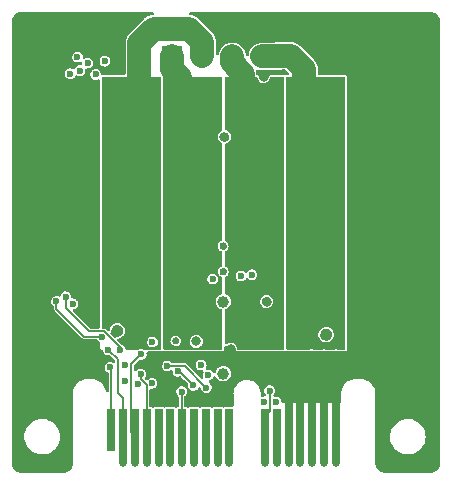
<source format=gbl>
G04 #@! TF.GenerationSoftware,KiCad,Pcbnew,5.99.0-unknown-43a4cf795~104~ubuntu20.04.1*
G04 #@! TF.CreationDate,2020-11-14T20:52:21-08:00*
G04 #@! TF.ProjectId,TMC2660_Driver,544d4332-3636-4305-9f44-72697665722e,rev?*
G04 #@! TF.SameCoordinates,PX67f3540PY6cb8080*
G04 #@! TF.FileFunction,Copper,L4,Bot*
G04 #@! TF.FilePolarity,Positive*
%FSLAX46Y46*%
G04 Gerber Fmt 4.6, Leading zero omitted, Abs format (unit mm)*
G04 Created by KiCad (PCBNEW 5.99.0-unknown-43a4cf795~104~ubuntu20.04.1) date 2020-11-14 20:52:21*
%MOMM*%
%LPD*%
G01*
G04 APERTURE LIST*
G04 #@! TA.AperFunction,ConnectorPad*
%ADD10O,0.650000X0.650000*%
G04 #@! TD*
G04 #@! TA.AperFunction,ConnectorPad*
%ADD11R,0.650000X3.600000*%
G04 #@! TD*
G04 #@! TA.AperFunction,ConnectorPad*
%ADD12R,0.650000X4.600000*%
G04 #@! TD*
G04 #@! TA.AperFunction,ComponentPad*
%ADD13R,1.778000X1.778000*%
G04 #@! TD*
G04 #@! TA.AperFunction,ComponentPad*
%ADD14C,1.778000*%
G04 #@! TD*
G04 #@! TA.AperFunction,ViaPad*
%ADD15C,1.000000*%
G04 #@! TD*
G04 #@! TA.AperFunction,ViaPad*
%ADD16C,0.600000*%
G04 #@! TD*
G04 #@! TA.AperFunction,ViaPad*
%ADD17C,0.800000*%
G04 #@! TD*
G04 #@! TA.AperFunction,Conductor*
%ADD18C,0.650000*%
G04 #@! TD*
G04 #@! TA.AperFunction,Conductor*
%ADD19C,0.700000*%
G04 #@! TD*
G04 #@! TA.AperFunction,Conductor*
%ADD20C,2.000000*%
G04 #@! TD*
G04 #@! TA.AperFunction,Conductor*
%ADD21C,0.127000*%
G04 #@! TD*
G04 #@! TA.AperFunction,Conductor*
%ADD22C,0.254000*%
G04 #@! TD*
G04 APERTURE END LIST*
D10*
X23652800Y1014800D03*
X21652800Y1014800D03*
X14652800Y1014800D03*
X9652800Y1014800D03*
X25652800Y1014800D03*
X26652800Y1014800D03*
X15652800Y1014800D03*
X10652800Y1014800D03*
X18652800Y1014800D03*
X11652800Y1014800D03*
X16652800Y1014800D03*
X22652800Y1014800D03*
X13652800Y1014800D03*
X12652800Y1014800D03*
X24652800Y1014800D03*
X17652800Y1014800D03*
X27652800Y1014800D03*
D11*
X8652800Y3814800D03*
D12*
X9652800Y3314800D03*
X10652800Y3314800D03*
X11652800Y3314800D03*
X12652800Y3314800D03*
X13652800Y3314800D03*
X14652800Y3314800D03*
X15652800Y3314800D03*
X16652800Y3314800D03*
X17652800Y3314800D03*
X18652800Y3314800D03*
X21652800Y3314800D03*
X22652800Y3314800D03*
X23652800Y3314800D03*
X24652800Y3314800D03*
X25652800Y3314800D03*
X26652800Y3314800D03*
X27652800Y3314800D03*
D13*
X13809000Y35437800D03*
D14*
X16349000Y35437800D03*
X18889000Y35437800D03*
X21429000Y35437800D03*
D15*
X6112800Y36403000D03*
X30500000Y13000000D03*
X32532000Y13000000D03*
D16*
X27700000Y10200000D03*
D17*
X2250000Y27894000D03*
D16*
X18127000Y19385000D03*
X1000000Y20500000D03*
D17*
X33750000Y29545000D03*
D16*
X14113800Y11371300D03*
X5000000Y18000000D03*
D15*
X30192000Y16210000D03*
X30192000Y21290000D03*
D16*
X25600000Y10200000D03*
D17*
X7586000Y36784000D03*
D16*
X1000000Y19500000D03*
X5000000Y16000000D03*
D15*
X32224000Y21290000D03*
D17*
X21556000Y33736000D03*
D15*
X1744000Y30434000D03*
X32063980Y31739560D03*
D16*
X1000000Y18500000D03*
D17*
X18749451Y10652410D03*
D16*
X18127000Y17226000D03*
X5000000Y17000000D03*
D17*
X2250000Y29164000D03*
D15*
X19016000Y38308000D03*
D17*
X2250000Y26624000D03*
X21810000Y14686000D03*
D15*
X4080800Y35514000D03*
X30192000Y18242000D03*
D16*
X4200000Y12300000D03*
D17*
X27144000Y37038000D03*
D16*
X2500000Y21500000D03*
X5000000Y12300000D03*
D17*
X4969800Y32720000D03*
X33750000Y28148000D03*
D16*
X4000000Y17000000D03*
D15*
X26839200Y11892000D03*
X9150333Y12209846D03*
D16*
X26700000Y10200000D03*
D17*
X33750000Y26750000D03*
D15*
X1744000Y32974000D03*
D16*
X1000000Y21500000D03*
D15*
X33750000Y15750000D03*
D16*
X2500000Y19500000D03*
D17*
X31208000Y33228000D03*
D16*
X2500000Y20500000D03*
D17*
X18229569Y28631311D03*
D16*
X2500000Y18500000D03*
X4000000Y16000000D03*
D15*
X27133840Y34769780D03*
D16*
X4000000Y18000000D03*
D15*
X32500000Y17500000D03*
X25874000Y21499200D03*
X27271000Y20274000D03*
X27525000Y17353000D03*
X27144000Y25608000D03*
X25874000Y18877000D03*
X27144000Y22814000D03*
X25874000Y24338000D03*
X20540000Y25100000D03*
X19016000Y23576000D03*
X22064000Y23576000D03*
X20540000Y22052000D03*
X19016000Y20528000D03*
X20540000Y28148000D03*
X8983000Y22433000D03*
X10380000Y21207800D03*
X8983000Y25100000D03*
X10380000Y18369000D03*
X9110000Y19893000D03*
X8729000Y17226000D03*
X10380000Y23830000D03*
X15460000Y28148000D03*
X15460000Y25100000D03*
X13936000Y26624000D03*
X15460000Y22052000D03*
X16984000Y26624000D03*
X16984000Y23576000D03*
X16984000Y20528000D03*
X13936000Y23576000D03*
D16*
X11186145Y10214360D03*
X8121266Y35043789D03*
X8400000Y10600000D03*
X5782600Y35399700D03*
X5976289Y34244000D03*
X8533650Y9106687D03*
X5172048Y33980489D03*
X10902121Y7690257D03*
X9775110Y7948380D03*
X9775110Y9347590D03*
X19651000Y16845000D03*
X16257457Y9316543D03*
X20540000Y16972000D03*
X16857000Y8463000D03*
X11146790Y8564600D03*
X6657638Y34879544D03*
X12089619Y7768115D03*
X12128995Y11271005D03*
X17238000Y16591000D03*
D17*
X15858054Y11320680D03*
D16*
X9400000Y10600000D03*
X22052410Y7147590D03*
X4800000Y15100000D03*
X4000000Y14700000D03*
X22600000Y6200000D03*
X7854717Y11728410D03*
X21600000Y6200000D03*
X5400000Y14500000D03*
X16700000Y7400000D03*
X13400000Y9240180D03*
X15600000Y7600000D03*
X14300000Y8787770D03*
D15*
X18127000Y14686000D03*
X18127000Y8590000D03*
D16*
X14596400Y7066000D03*
X7318903Y33926103D03*
D18*
X27652800Y3314800D02*
X27652800Y6314800D01*
D19*
X27657080Y6319080D02*
X27657080Y8145500D01*
D18*
X23652800Y3314800D02*
X23652800Y7979160D01*
D19*
X27652800Y6314800D02*
X27657080Y6319080D01*
D18*
X24652800Y3314800D02*
X24652800Y8073840D01*
D19*
X25653020Y6315020D02*
X25653020Y8234400D01*
D18*
X26652800Y3314800D02*
X26652800Y8020060D01*
X25652800Y3314800D02*
X25652800Y6314800D01*
D19*
X25652800Y6314800D02*
X25653020Y6315020D01*
D20*
X23842000Y35514000D02*
X24985000Y34371000D01*
X22762435Y35514000D02*
X23842000Y35514000D01*
X21429000Y35437800D02*
X22686235Y35437800D01*
X22686235Y35437800D02*
X22762435Y35514000D01*
X24985000Y34371000D02*
X24985000Y32720000D01*
X18889000Y35437800D02*
X18889000Y35006000D01*
X19228990Y34526527D02*
X19778000Y33977517D01*
X19228990Y34666010D02*
X19228990Y34526527D01*
X18889000Y35006000D02*
X19228990Y34666010D01*
X19778000Y33977517D02*
X19778000Y32720000D01*
X15244035Y37800000D02*
X12233198Y37800000D01*
X16349000Y35437800D02*
X16349000Y36695035D01*
X11015000Y36581802D02*
X11015000Y32847000D01*
X16349000Y36695035D02*
X15244035Y37800000D01*
X12233198Y37800000D02*
X11015000Y36581802D01*
X13809000Y34371000D02*
X14444000Y33736000D01*
X14444000Y33736000D02*
X14444000Y33101000D01*
X13809000Y35437800D02*
X13809000Y34371000D01*
D21*
X10652800Y3314800D02*
X10338611Y3628989D01*
X10338611Y3628989D02*
X10338611Y9366826D01*
X10338611Y9366826D02*
X11186145Y10214360D01*
X9211600Y6964400D02*
X9211600Y9788400D01*
X9652800Y6523200D02*
X9211600Y6964400D01*
X9211600Y9788400D02*
X8400000Y10600000D01*
X9652800Y3314800D02*
X9652800Y6523200D01*
X8652800Y3814800D02*
X8652800Y8987537D01*
X8652800Y8987537D02*
X8533650Y9106687D01*
X11652800Y3314800D02*
X11652800Y7647026D01*
X11146790Y8153036D02*
X11146790Y8564600D01*
X11652800Y7647026D02*
X11146790Y8153036D01*
X22052410Y5452410D02*
X22052410Y7147590D01*
X4800000Y14144600D02*
X6754159Y12190441D01*
X4800000Y15100000D02*
X4800000Y14144600D01*
X9400000Y10600000D02*
X9400000Y10852681D01*
D22*
X21652800Y3314800D02*
X21652800Y5052800D01*
D21*
X21652800Y5052800D02*
X22052410Y5452410D01*
X9400000Y10852681D02*
X8062241Y12190441D01*
X6754159Y12190441D02*
X8062241Y12190441D01*
X4000000Y14100000D02*
X6371590Y11728410D01*
X4000000Y14700000D02*
X4000000Y14100000D01*
X6371590Y11728410D02*
X7430453Y11728410D01*
X7430453Y11728410D02*
X7854717Y11728410D01*
X13400000Y9240180D02*
X14859820Y9240180D01*
X14859820Y9240180D02*
X16700000Y7400000D01*
X15600000Y7600000D02*
X14412230Y8787770D01*
X14412230Y8787770D02*
X14300000Y8787770D01*
X14596400Y3371200D02*
X14652800Y3314800D01*
X14596400Y7066000D02*
X14596400Y3371200D01*
G04 #@! TA.AperFunction,Conductor*
G36*
X12813138Y33715407D02*
G01*
X12838858Y33670858D01*
X12840000Y33657800D01*
X12840000Y10697200D01*
X12822407Y10648862D01*
X12777858Y10623142D01*
X12764800Y10622000D01*
X11406133Y10622000D01*
X11368364Y10632173D01*
X11354709Y10640105D01*
X11349236Y10641373D01*
X11349235Y10641374D01*
X11288390Y10655477D01*
X11222071Y10670848D01*
X11086257Y10661232D01*
X11031647Y10640105D01*
X10997943Y10627066D01*
X10970810Y10622000D01*
X9919332Y10622000D01*
X9870994Y10639593D01*
X9844968Y10686020D01*
X9841104Y10711718D01*
X9837658Y10734641D01*
X9798978Y10815192D01*
X9781153Y10852312D01*
X9781152Y10852314D01*
X9778720Y10857378D01*
X9730823Y10909193D01*
X9690114Y10953232D01*
X9686299Y10957359D01*
X9568564Y11025745D01*
X9563091Y11027014D01*
X9563090Y11027014D01*
X9552329Y11029508D01*
X9543204Y11031623D01*
X9507010Y11051707D01*
X9352231Y11206486D01*
X11675663Y11206486D01*
X11677274Y11201100D01*
X11677274Y11201098D01*
X11713064Y11081427D01*
X11714675Y11076041D01*
X11717796Y11071370D01*
X11717797Y11071368D01*
X11756972Y11012739D01*
X11790318Y10962833D01*
X11794676Y10959285D01*
X11794677Y10959284D01*
X11891546Y10880419D01*
X11891550Y10880417D01*
X11895905Y10876871D01*
X11901110Y10874763D01*
X11901113Y10874761D01*
X12016892Y10827866D01*
X12016895Y10827865D01*
X12022100Y10825757D01*
X12027695Y10825272D01*
X12027697Y10825272D01*
X12152147Y10814494D01*
X12157747Y10814009D01*
X12176921Y10818137D01*
X12285358Y10841482D01*
X12285361Y10841483D01*
X12290851Y10842665D01*
X12378331Y10891656D01*
X12404742Y10906447D01*
X12404743Y10906448D01*
X12409645Y10909193D01*
X12503626Y11007710D01*
X12564484Y11129506D01*
X12586839Y11263813D01*
X12586895Y11271005D01*
X12566653Y11405646D01*
X12532353Y11477074D01*
X12510148Y11523317D01*
X12510147Y11523319D01*
X12507715Y11528383D01*
X12456988Y11583259D01*
X12419109Y11624237D01*
X12415294Y11628364D01*
X12297559Y11696750D01*
X12292086Y11698018D01*
X12292085Y11698019D01*
X12231240Y11712121D01*
X12164921Y11727493D01*
X12029107Y11717877D01*
X11947475Y11686296D01*
X11907368Y11670780D01*
X11907367Y11670779D01*
X11902124Y11668751D01*
X11795200Y11584459D01*
X11792007Y11579839D01*
X11792006Y11579838D01*
X11774239Y11554131D01*
X11717788Y11472453D01*
X11676733Y11342636D01*
X11676389Y11298887D01*
X11676114Y11263813D01*
X11675663Y11206486D01*
X9352231Y11206486D01*
X9133696Y11425021D01*
X9111956Y11471641D01*
X9125270Y11521328D01*
X9167407Y11550833D01*
X9182255Y11552345D01*
X9182198Y11553244D01*
X9186920Y11553541D01*
X9191643Y11553244D01*
X9196293Y11554131D01*
X9348986Y11583259D01*
X9348987Y11583259D01*
X9353635Y11584146D01*
X9502853Y11654363D01*
X9629921Y11759482D01*
X9665173Y11808002D01*
X9724074Y11889072D01*
X9724075Y11889073D01*
X9726855Y11892900D01*
X9787564Y12046233D01*
X9808233Y12209846D01*
X9797237Y12296890D01*
X9788157Y12368767D01*
X9788156Y12368769D01*
X9787564Y12373459D01*
X9785823Y12377857D01*
X9728597Y12522393D01*
X9728596Y12522395D01*
X9726855Y12526792D01*
X9629921Y12660210D01*
X9502853Y12765329D01*
X9353635Y12835546D01*
X9348987Y12836433D01*
X9348986Y12836433D01*
X9196293Y12865561D01*
X9191643Y12866448D01*
X9186921Y12866151D01*
X9186920Y12866151D01*
X9031772Y12856390D01*
X9031770Y12856390D01*
X9027055Y12856093D01*
X8966548Y12836433D01*
X8874717Y12806596D01*
X8874713Y12806594D01*
X8870213Y12805132D01*
X8730972Y12716767D01*
X8727733Y12713318D01*
X8727732Y12713317D01*
X8674263Y12656378D01*
X8618081Y12596550D01*
X8538633Y12452035D01*
X8537456Y12447450D01*
X8537455Y12447448D01*
X8519587Y12377857D01*
X8497621Y12292303D01*
X8497621Y12242644D01*
X8480028Y12194306D01*
X8435479Y12168586D01*
X8384821Y12177519D01*
X8369247Y12189470D01*
X8222869Y12335848D01*
X8220158Y12338703D01*
X8197663Y12363687D01*
X8197661Y12363688D01*
X8192377Y12369557D01*
X8185162Y12372769D01*
X8185157Y12372773D01*
X8171296Y12378944D01*
X8160926Y12384574D01*
X8148213Y12392830D01*
X8141584Y12397135D01*
X8133778Y12398371D01*
X8133325Y12398545D01*
X8116973Y12403388D01*
X8115861Y12403624D01*
X8108637Y12406841D01*
X8086222Y12406841D01*
X8074458Y12407767D01*
X8058462Y12410301D01*
X8058460Y12410301D01*
X8050655Y12411537D01*
X8042689Y12409403D01*
X8023228Y12406841D01*
X7915200Y12406841D01*
X7866862Y12424434D01*
X7841142Y12468983D01*
X7840000Y12482041D01*
X7840000Y33657800D01*
X7857593Y33706138D01*
X7902142Y33731858D01*
X7915200Y33733000D01*
X12764800Y33733000D01*
X12813138Y33715407D01*
G37*
G04 #@! TD.AperFunction*
G04 #@! TA.AperFunction,Conductor*
G36*
X20976786Y33715407D02*
G01*
X21002521Y33668203D01*
X21002499Y33666077D01*
X21041693Y33519805D01*
X21118777Y33389462D01*
X21228075Y33284649D01*
X21361532Y33213090D01*
X21366533Y33211972D01*
X21366536Y33211971D01*
X21466542Y33189618D01*
X21509316Y33180057D01*
X21514432Y33180325D01*
X21514434Y33180325D01*
X21570976Y33183288D01*
X21660540Y33187982D01*
X21804062Y33236282D01*
X21808299Y33239162D01*
X21808302Y33239163D01*
X21925068Y33318518D01*
X21925070Y33318520D01*
X21929308Y33321400D01*
X21932615Y33325313D01*
X21932617Y33325315D01*
X22023742Y33433146D01*
X22023743Y33433147D01*
X22027051Y33437062D01*
X22090089Y33574749D01*
X22105106Y33669564D01*
X22130044Y33714554D01*
X22179380Y33733000D01*
X23178930Y33733000D01*
X23227268Y33715407D01*
X23252988Y33670858D01*
X23254130Y33657931D01*
X23293697Y10797358D01*
X23293870Y10697330D01*
X23276360Y10648962D01*
X23231857Y10623165D01*
X23218670Y10622000D01*
X19377117Y10622000D01*
X19328779Y10639593D01*
X19302613Y10686994D01*
X19301198Y10697330D01*
X19286799Y10802440D01*
X19226659Y10941417D01*
X19131360Y11059102D01*
X19007924Y11146823D01*
X18865445Y11198119D01*
X18860331Y11198495D01*
X18860329Y11198495D01*
X18780942Y11204324D01*
X18714420Y11209209D01*
X18709392Y11208195D01*
X18709389Y11208195D01*
X18571004Y11180292D01*
X18571003Y11180292D01*
X18565976Y11179278D01*
X18431050Y11110529D01*
X18427278Y11107060D01*
X18427273Y11107057D01*
X18419179Y11099614D01*
X18371689Y11079845D01*
X18322603Y11095228D01*
X18294889Y11138563D01*
X18293078Y11154838D01*
X18288166Y13992619D01*
X18305676Y14040987D01*
X18331346Y14060791D01*
X18479520Y14130517D01*
X18606588Y14235636D01*
X18703522Y14369054D01*
X18709102Y14383146D01*
X18762490Y14517989D01*
X18762491Y14517991D01*
X18764231Y14522387D01*
X18765170Y14529814D01*
X18776067Y14616077D01*
X21256499Y14616077D01*
X21257825Y14611129D01*
X21257825Y14611128D01*
X21276096Y14542941D01*
X21295693Y14469805D01*
X21372777Y14339462D01*
X21482075Y14234649D01*
X21615532Y14163090D01*
X21620533Y14161972D01*
X21620536Y14161971D01*
X21720542Y14139618D01*
X21763316Y14130057D01*
X21768432Y14130325D01*
X21768434Y14130325D01*
X21829568Y14133529D01*
X21914540Y14137982D01*
X22058062Y14186282D01*
X22062299Y14189162D01*
X22062302Y14189163D01*
X22179068Y14268518D01*
X22179070Y14268520D01*
X22183308Y14271400D01*
X22186615Y14275313D01*
X22186617Y14275315D01*
X22277742Y14383146D01*
X22277743Y14383147D01*
X22281051Y14387062D01*
X22344089Y14524749D01*
X22367778Y14674316D01*
X22367900Y14686000D01*
X22347348Y14836030D01*
X22287208Y14975007D01*
X22191909Y15092692D01*
X22068473Y15180413D01*
X21925994Y15231709D01*
X21920880Y15232085D01*
X21920878Y15232085D01*
X21833908Y15238471D01*
X21774969Y15242799D01*
X21769941Y15241785D01*
X21769938Y15241785D01*
X21631553Y15213882D01*
X21631552Y15213882D01*
X21626525Y15212868D01*
X21491599Y15144119D01*
X21439955Y15096630D01*
X21383904Y15045089D01*
X21383902Y15045087D01*
X21380131Y15041619D01*
X21377431Y15037265D01*
X21377429Y15037262D01*
X21353425Y14998547D01*
X21300333Y14912918D01*
X21298903Y14907997D01*
X21298902Y14907994D01*
X21277995Y14836030D01*
X21258085Y14767500D01*
X21256499Y14616077D01*
X18776067Y14616077D01*
X18784307Y14681306D01*
X18784900Y14686000D01*
X18764231Y14849613D01*
X18762490Y14854011D01*
X18705264Y14998547D01*
X18705263Y14998549D01*
X18703522Y15002946D01*
X18606588Y15136364D01*
X18479520Y15241483D01*
X18330302Y15311700D01*
X18331256Y15313728D01*
X18297208Y15340308D01*
X18285765Y15380053D01*
X18283860Y16480442D01*
X18283393Y16750395D01*
X18294284Y16780481D01*
X19197668Y16780481D01*
X19199279Y16775095D01*
X19199279Y16775093D01*
X19235069Y16655422D01*
X19236680Y16650036D01*
X19239801Y16645365D01*
X19239802Y16645363D01*
X19284902Y16577866D01*
X19312323Y16536828D01*
X19316681Y16533280D01*
X19316682Y16533279D01*
X19413551Y16454414D01*
X19413555Y16454412D01*
X19417910Y16450866D01*
X19423115Y16448758D01*
X19423118Y16448756D01*
X19538897Y16401861D01*
X19538900Y16401860D01*
X19544105Y16399752D01*
X19549700Y16399267D01*
X19549702Y16399267D01*
X19674152Y16388489D01*
X19679752Y16388004D01*
X19685247Y16389187D01*
X19807363Y16415477D01*
X19807366Y16415478D01*
X19812856Y16416660D01*
X19931650Y16483188D01*
X20025631Y16581705D01*
X20039863Y16610188D01*
X20066411Y16663318D01*
X20103755Y16698694D01*
X20155102Y16701790D01*
X20196209Y16671482D01*
X20201323Y16663828D01*
X20205681Y16660280D01*
X20205682Y16660279D01*
X20302551Y16581414D01*
X20302555Y16581412D01*
X20306910Y16577866D01*
X20312115Y16575758D01*
X20312118Y16575756D01*
X20427897Y16528861D01*
X20427900Y16528860D01*
X20433105Y16526752D01*
X20438700Y16526267D01*
X20438702Y16526267D01*
X20563152Y16515489D01*
X20568752Y16515004D01*
X20574247Y16516187D01*
X20696363Y16542477D01*
X20696366Y16542478D01*
X20701856Y16543660D01*
X20820650Y16610188D01*
X20914631Y16708705D01*
X20975489Y16830501D01*
X20997844Y16964808D01*
X20997900Y16972000D01*
X20977658Y17106641D01*
X20933676Y17198232D01*
X20921153Y17224312D01*
X20921152Y17224314D01*
X20918720Y17229378D01*
X20860951Y17291872D01*
X20830114Y17325232D01*
X20826299Y17329359D01*
X20708564Y17397745D01*
X20703091Y17399013D01*
X20703090Y17399014D01*
X20642245Y17413117D01*
X20575926Y17428488D01*
X20440112Y17418872D01*
X20358480Y17387291D01*
X20318373Y17371775D01*
X20318372Y17371774D01*
X20313129Y17369746D01*
X20206205Y17285454D01*
X20128793Y17173448D01*
X20127099Y17168093D01*
X20127098Y17168090D01*
X20125829Y17164077D01*
X20094478Y17123296D01*
X20044247Y17112207D01*
X19998909Y17135709D01*
X19941114Y17198232D01*
X19937299Y17202359D01*
X19819564Y17270745D01*
X19814091Y17272013D01*
X19814090Y17272014D01*
X19741098Y17288932D01*
X19686926Y17301488D01*
X19551112Y17291872D01*
X19469480Y17260291D01*
X19429373Y17244775D01*
X19429372Y17244774D01*
X19424129Y17242746D01*
X19317205Y17158454D01*
X19239793Y17046448D01*
X19198738Y16916631D01*
X19197668Y16780481D01*
X18294284Y16780481D01*
X18300903Y16798763D01*
X18321849Y16816137D01*
X18402747Y16861442D01*
X18402748Y16861443D01*
X18407650Y16864188D01*
X18501631Y16962705D01*
X18504800Y16969046D01*
X18559977Y17079474D01*
X18562489Y17084501D01*
X18584844Y17218808D01*
X18584900Y17226000D01*
X18564658Y17360641D01*
X18505720Y17483378D01*
X18413299Y17583359D01*
X18319174Y17638031D01*
X18286213Y17677522D01*
X18281745Y17702927D01*
X18279660Y18907304D01*
X18297170Y18955672D01*
X18318115Y18973046D01*
X18407650Y19023188D01*
X18501631Y19121705D01*
X18562489Y19243501D01*
X18584844Y19377808D01*
X18584900Y19385000D01*
X18564658Y19519641D01*
X18505720Y19642378D01*
X18413299Y19742359D01*
X18315433Y19799204D01*
X18282472Y19838695D01*
X18278004Y19864100D01*
X18263908Y28008269D01*
X18281418Y28056637D01*
X18325017Y28082267D01*
X18328990Y28083025D01*
X18334109Y28083293D01*
X18338965Y28084927D01*
X18338969Y28084928D01*
X18472773Y28129958D01*
X18472774Y28129958D01*
X18477631Y28131593D01*
X18481868Y28134473D01*
X18481871Y28134474D01*
X18598637Y28213829D01*
X18598639Y28213831D01*
X18602877Y28216711D01*
X18606184Y28220624D01*
X18606186Y28220626D01*
X18697311Y28328457D01*
X18697312Y28328458D01*
X18700620Y28332373D01*
X18763658Y28470060D01*
X18787347Y28619627D01*
X18787469Y28631311D01*
X18766917Y28781341D01*
X18706777Y28920318D01*
X18611478Y29038003D01*
X18488042Y29125724D01*
X18345563Y29177020D01*
X18340449Y29177396D01*
X18340447Y29177396D01*
X18336052Y29177718D01*
X18331449Y29178056D01*
X18284530Y29199140D01*
X18262139Y29245451D01*
X18261754Y29252924D01*
X18254130Y33657671D01*
X18271640Y33706038D01*
X18316143Y33731835D01*
X18329330Y33733000D01*
X20928448Y33733000D01*
X20976786Y33715407D01*
G37*
G04 #@! TD.AperFunction*
G04 #@! TA.AperFunction,Conductor*
G36*
X28434138Y33715407D02*
G01*
X28459858Y33670858D01*
X28461000Y33657800D01*
X28461000Y10697200D01*
X28443407Y10648862D01*
X28398858Y10623142D01*
X28385800Y10622000D01*
X27890098Y10622000D01*
X27868645Y10626093D01*
X27868564Y10625745D01*
X27735926Y10656488D01*
X27600112Y10646872D01*
X27548917Y10627066D01*
X27521784Y10622000D01*
X26890098Y10622000D01*
X26868645Y10626093D01*
X26868564Y10625745D01*
X26735926Y10656488D01*
X26600112Y10646872D01*
X26548917Y10627066D01*
X26521784Y10622000D01*
X25790098Y10622000D01*
X25768645Y10626093D01*
X25768564Y10625745D01*
X25635926Y10656488D01*
X25500112Y10646872D01*
X25448917Y10627066D01*
X25421784Y10622000D01*
X23536200Y10622000D01*
X23487862Y10639593D01*
X23462142Y10684142D01*
X23461000Y10697200D01*
X23461000Y11974457D01*
X26186488Y11974457D01*
X26186488Y11809543D01*
X26227500Y11649811D01*
X26306948Y11505296D01*
X26310186Y11501848D01*
X26366729Y11441636D01*
X26419839Y11385079D01*
X26559080Y11296714D01*
X26563580Y11295252D01*
X26563584Y11295250D01*
X26640972Y11270106D01*
X26715922Y11245753D01*
X26720637Y11245456D01*
X26720639Y11245456D01*
X26875787Y11235695D01*
X26875788Y11235695D01*
X26880510Y11235398D01*
X26885160Y11236285D01*
X27037853Y11265413D01*
X27037854Y11265413D01*
X27042502Y11266300D01*
X27191720Y11336517D01*
X27318788Y11441636D01*
X27415722Y11575054D01*
X27445321Y11649811D01*
X27474690Y11723989D01*
X27474691Y11723991D01*
X27476431Y11728387D01*
X27497100Y11892000D01*
X27476431Y12055613D01*
X27447137Y12129602D01*
X27417464Y12204547D01*
X27417463Y12204549D01*
X27415722Y12208946D01*
X27318788Y12342364D01*
X27191720Y12447483D01*
X27042502Y12517700D01*
X27037854Y12518587D01*
X27037853Y12518587D01*
X26885160Y12547715D01*
X26880510Y12548602D01*
X26875788Y12548305D01*
X26875787Y12548305D01*
X26720639Y12538544D01*
X26720637Y12538544D01*
X26715922Y12538247D01*
X26655415Y12518587D01*
X26563584Y12488750D01*
X26563580Y12488748D01*
X26559080Y12487286D01*
X26419839Y12398921D01*
X26416600Y12395472D01*
X26416599Y12395471D01*
X26363130Y12338532D01*
X26306948Y12278704D01*
X26227500Y12134189D01*
X26186488Y11974457D01*
X23461000Y11974457D01*
X23461000Y33657800D01*
X23478593Y33706138D01*
X23523142Y33731858D01*
X23536200Y33733000D01*
X28385800Y33733000D01*
X28434138Y33715407D01*
G37*
G04 #@! TD.AperFunction*
G04 #@! TA.AperFunction,Conductor*
G36*
X18020138Y33715407D02*
G01*
X18045858Y33670858D01*
X18047000Y33657800D01*
X18047000Y29204723D01*
X18029407Y29156385D01*
X18005941Y29137720D01*
X17911168Y29089430D01*
X17859524Y29041941D01*
X17803473Y28990400D01*
X17803471Y28990398D01*
X17799700Y28986930D01*
X17797000Y28982576D01*
X17796998Y28982573D01*
X17758399Y28920318D01*
X17719902Y28858229D01*
X17677654Y28712811D01*
X17676068Y28561388D01*
X17715262Y28415116D01*
X17792346Y28284773D01*
X17901644Y28179960D01*
X17906163Y28177537D01*
X18007336Y28123288D01*
X18041622Y28084941D01*
X18047000Y28057014D01*
X18047000Y19891104D01*
X18029407Y19842766D01*
X17998937Y19820972D01*
X17900129Y19782746D01*
X17793205Y19698454D01*
X17715793Y19586448D01*
X17674738Y19456631D01*
X17674694Y19451012D01*
X17674119Y19377808D01*
X17673668Y19320481D01*
X17712680Y19190036D01*
X17788323Y19076828D01*
X17792681Y19073280D01*
X17792682Y19073279D01*
X17889551Y18994414D01*
X17889555Y18994412D01*
X17893910Y18990866D01*
X17899115Y18988758D01*
X17899118Y18988756D01*
X17970314Y18959920D01*
X18000031Y18947883D01*
X18038228Y18913430D01*
X18047000Y18878183D01*
X18047000Y17732104D01*
X18029407Y17683766D01*
X17998937Y17661972D01*
X17900129Y17623746D01*
X17793205Y17539454D01*
X17715793Y17427448D01*
X17674738Y17297631D01*
X17674694Y17292012D01*
X17674119Y17218808D01*
X17673668Y17161481D01*
X17675279Y17156095D01*
X17675279Y17156093D01*
X17711069Y17036422D01*
X17712680Y17031036D01*
X17715801Y17026365D01*
X17715802Y17026363D01*
X17739581Y16990775D01*
X17788323Y16917828D01*
X17792681Y16914280D01*
X17792682Y16914279D01*
X17889551Y16835414D01*
X17889555Y16835412D01*
X17893910Y16831866D01*
X17899115Y16829758D01*
X17899118Y16829756D01*
X17970314Y16800920D01*
X18000031Y16788883D01*
X18038228Y16754430D01*
X18047000Y16719183D01*
X18047000Y15400944D01*
X18029407Y15352606D01*
X17995042Y15329427D01*
X17846880Y15281286D01*
X17707639Y15192921D01*
X17704400Y15189472D01*
X17704399Y15189471D01*
X17633315Y15113774D01*
X17594748Y15072704D01*
X17515300Y14928189D01*
X17474288Y14768457D01*
X17474288Y14603543D01*
X17515300Y14443811D01*
X17594748Y14299296D01*
X17597986Y14295848D01*
X17654529Y14235636D01*
X17707639Y14179079D01*
X17846880Y14090714D01*
X17995041Y14042574D01*
X18035573Y14010906D01*
X18047000Y13971056D01*
X18047000Y10697200D01*
X18029407Y10648862D01*
X17984858Y10623142D01*
X17971800Y10622000D01*
X15959565Y10622000D01*
X15911227Y10639593D01*
X15885507Y10684142D01*
X15894440Y10734800D01*
X15933845Y10767865D01*
X15955630Y10772297D01*
X15955837Y10772308D01*
X15962594Y10772662D01*
X16106116Y10820962D01*
X16110353Y10823842D01*
X16110356Y10823843D01*
X16227122Y10903198D01*
X16227124Y10903200D01*
X16231362Y10906080D01*
X16234669Y10909993D01*
X16234671Y10909995D01*
X16325796Y11017826D01*
X16325797Y11017827D01*
X16329105Y11021742D01*
X16392143Y11159429D01*
X16415832Y11308996D01*
X16415954Y11320680D01*
X16395402Y11470710D01*
X16380157Y11505941D01*
X16337300Y11604978D01*
X16337299Y11604979D01*
X16335262Y11609687D01*
X16239963Y11727372D01*
X16116527Y11815093D01*
X16106873Y11818569D01*
X15978875Y11864651D01*
X15978876Y11864651D01*
X15974048Y11866389D01*
X15968934Y11866765D01*
X15968932Y11866765D01*
X15889545Y11872594D01*
X15823023Y11877479D01*
X15817995Y11876465D01*
X15817992Y11876465D01*
X15679607Y11848562D01*
X15679606Y11848562D01*
X15674579Y11847548D01*
X15539653Y11778799D01*
X15488197Y11731483D01*
X15431958Y11679769D01*
X15431956Y11679767D01*
X15428185Y11676299D01*
X15425485Y11671945D01*
X15425483Y11671942D01*
X15389356Y11613674D01*
X15348387Y11547598D01*
X15346957Y11542677D01*
X15346956Y11542674D01*
X15326049Y11470710D01*
X15306139Y11402180D01*
X15306085Y11397057D01*
X15306085Y11397055D01*
X15305771Y11367058D01*
X15304553Y11250757D01*
X15343747Y11104485D01*
X15420831Y10974142D01*
X15530129Y10869329D01*
X15663586Y10797770D01*
X15668587Y10796652D01*
X15668590Y10796651D01*
X15785189Y10770589D01*
X15828525Y10742875D01*
X15843908Y10693789D01*
X15824140Y10646299D01*
X15778471Y10622626D01*
X15768785Y10622000D01*
X13122200Y10622000D01*
X13073862Y10639593D01*
X13048142Y10684142D01*
X13047000Y10697200D01*
X13047000Y11306781D01*
X13660468Y11306781D01*
X13662079Y11301395D01*
X13662079Y11301393D01*
X13697869Y11181722D01*
X13699480Y11176336D01*
X13702601Y11171665D01*
X13702602Y11171663D01*
X13713891Y11154768D01*
X13775123Y11063128D01*
X13779481Y11059580D01*
X13779482Y11059579D01*
X13876351Y10980714D01*
X13876355Y10980712D01*
X13880710Y10977166D01*
X13885915Y10975058D01*
X13885918Y10975056D01*
X14001697Y10928161D01*
X14001700Y10928160D01*
X14006905Y10926052D01*
X14012500Y10925567D01*
X14012502Y10925567D01*
X14136952Y10914789D01*
X14142552Y10914304D01*
X14148047Y10915487D01*
X14270163Y10941777D01*
X14270166Y10941778D01*
X14275656Y10942960D01*
X14394450Y11009488D01*
X14488431Y11108005D01*
X14549289Y11229801D01*
X14571644Y11364108D01*
X14571700Y11371300D01*
X14551458Y11505941D01*
X14503901Y11604978D01*
X14494953Y11623612D01*
X14494952Y11623614D01*
X14492520Y11628678D01*
X14400099Y11728659D01*
X14282364Y11797045D01*
X14276891Y11798313D01*
X14276890Y11798314D01*
X14204497Y11815093D01*
X14149726Y11827788D01*
X14013912Y11818172D01*
X13932280Y11786591D01*
X13892173Y11771075D01*
X13892172Y11771074D01*
X13886929Y11769046D01*
X13780005Y11684754D01*
X13776812Y11680134D01*
X13776811Y11680133D01*
X13774161Y11676299D01*
X13702593Y11572748D01*
X13661538Y11442931D01*
X13661037Y11379153D01*
X13660556Y11317929D01*
X13660468Y11306781D01*
X13047000Y11306781D01*
X13047000Y16526481D01*
X16784668Y16526481D01*
X16786279Y16521095D01*
X16786279Y16521093D01*
X16822069Y16401422D01*
X16823680Y16396036D01*
X16899323Y16282828D01*
X16903681Y16279280D01*
X16903682Y16279279D01*
X17000551Y16200414D01*
X17000555Y16200412D01*
X17004910Y16196866D01*
X17010115Y16194758D01*
X17010118Y16194756D01*
X17125897Y16147861D01*
X17125900Y16147860D01*
X17131105Y16145752D01*
X17136700Y16145267D01*
X17136702Y16145267D01*
X17261152Y16134489D01*
X17266752Y16134004D01*
X17272247Y16135187D01*
X17394363Y16161477D01*
X17394366Y16161478D01*
X17399856Y16162660D01*
X17518650Y16229188D01*
X17612631Y16327705D01*
X17673489Y16449501D01*
X17695844Y16583808D01*
X17695900Y16591000D01*
X17675658Y16725641D01*
X17624649Y16831866D01*
X17619153Y16843312D01*
X17619152Y16843314D01*
X17616720Y16848378D01*
X17524299Y16948359D01*
X17406564Y17016745D01*
X17401091Y17018013D01*
X17401090Y17018014D01*
X17340245Y17032116D01*
X17273926Y17047488D01*
X17138112Y17037872D01*
X17056480Y17006291D01*
X17016373Y16990775D01*
X17016372Y16990774D01*
X17011129Y16988746D01*
X16904205Y16904454D01*
X16826793Y16792448D01*
X16785738Y16662631D01*
X16785694Y16657012D01*
X16785119Y16583808D01*
X16784668Y16526481D01*
X13047000Y16526481D01*
X13047000Y33657800D01*
X13064593Y33706138D01*
X13109142Y33731858D01*
X13122200Y33733000D01*
X17971800Y33733000D01*
X18020138Y33715407D01*
G37*
G04 #@! TD.AperFunction*
G04 #@! TA.AperFunction,Conductor*
G36*
X35658981Y39197606D02*
G01*
X35659078Y39198313D01*
X35666138Y39197342D01*
X35673042Y39195581D01*
X35680160Y39195412D01*
X35680163Y39195412D01*
X35764770Y39193409D01*
X35786369Y39191023D01*
X35919043Y39164632D01*
X35942679Y39157462D01*
X36064008Y39107206D01*
X36085792Y39095562D01*
X36194984Y39022602D01*
X36214077Y39006932D01*
X36306939Y38914070D01*
X36322600Y38894988D01*
X36395569Y38785781D01*
X36407206Y38764010D01*
X36457464Y38642677D01*
X36464633Y38619043D01*
X36469087Y38596653D01*
X36491023Y38486371D01*
X36493409Y38464773D01*
X36495577Y38373234D01*
X36497313Y38366379D01*
X36498270Y38359373D01*
X36497605Y38359282D01*
X36500001Y38340059D01*
X36500000Y1060098D01*
X36497606Y1041019D01*
X36498313Y1040922D01*
X36497342Y1033862D01*
X36495581Y1026958D01*
X36495412Y1019840D01*
X36495412Y1019837D01*
X36493409Y935231D01*
X36491023Y913633D01*
X36464632Y780957D01*
X36457462Y757320D01*
X36407206Y635992D01*
X36395562Y614208D01*
X36322604Y505019D01*
X36306935Y485927D01*
X36214079Y393069D01*
X36194985Y377398D01*
X36170022Y360718D01*
X36085788Y304436D01*
X36064008Y292794D01*
X35942675Y242536D01*
X35919041Y235367D01*
X35786370Y208977D01*
X35764772Y206591D01*
X35735123Y205889D01*
X35673234Y204423D01*
X35666380Y202688D01*
X35659372Y201730D01*
X35659281Y202395D01*
X35640062Y200000D01*
X31860098Y200000D01*
X31841019Y202394D01*
X31840922Y201687D01*
X31833862Y202658D01*
X31826958Y204419D01*
X31819840Y204588D01*
X31819837Y204588D01*
X31735231Y206591D01*
X31713633Y208977D01*
X31580957Y235368D01*
X31557320Y242538D01*
X31435992Y292794D01*
X31414208Y304438D01*
X31305019Y377396D01*
X31285927Y393065D01*
X31193069Y485921D01*
X31177397Y505016D01*
X31169737Y516481D01*
X31128002Y578942D01*
X31104436Y614212D01*
X31092793Y635994D01*
X31086664Y650790D01*
X31042536Y757325D01*
X31035367Y780959D01*
X31008977Y913630D01*
X31006591Y935228D01*
X31004590Y1019700D01*
X31004423Y1026766D01*
X31002688Y1033620D01*
X31001730Y1040628D01*
X31002395Y1040719D01*
X31000000Y1059938D01*
X31000000Y3150814D01*
X32245773Y3150814D01*
X32281940Y2911670D01*
X32355877Y2681384D01*
X32465681Y2465882D01*
X32608527Y2270707D01*
X32780741Y2100882D01*
X32784863Y2097952D01*
X32784865Y2097951D01*
X32973769Y1963703D01*
X32973772Y1963701D01*
X32977891Y1960774D01*
X32982427Y1958542D01*
X33190364Y1856224D01*
X33190369Y1856222D01*
X33194905Y1853990D01*
X33199748Y1852509D01*
X33199749Y1852509D01*
X33421353Y1784758D01*
X33421355Y1784758D01*
X33426201Y1783276D01*
X33665827Y1750451D01*
X33735069Y1752143D01*
X33902557Y1756236D01*
X33902561Y1756236D01*
X33907618Y1756360D01*
X34145355Y1800852D01*
X34372920Y1882780D01*
X34584459Y2000038D01*
X34588437Y2003168D01*
X34588441Y2003171D01*
X34770554Y2146480D01*
X34770555Y2146481D01*
X34774530Y2149609D01*
X34885885Y2270707D01*
X34934817Y2323920D01*
X34934819Y2323923D01*
X34938241Y2327644D01*
X35071383Y2529564D01*
X35073457Y2534178D01*
X35168454Y2745557D01*
X35168456Y2745562D01*
X35170528Y2750173D01*
X35233127Y2983795D01*
X35257569Y3224421D01*
X35257900Y3256000D01*
X35257671Y3258848D01*
X35238909Y3492044D01*
X35238908Y3492049D01*
X35238503Y3497085D01*
X35206837Y3626007D01*
X35182017Y3727053D01*
X35180810Y3731967D01*
X35126597Y3859686D01*
X35088283Y3949947D01*
X35088282Y3949949D01*
X35086306Y3954604D01*
X34957423Y4159268D01*
X34797475Y4340692D01*
X34610579Y4494211D01*
X34401542Y4615873D01*
X34396819Y4617686D01*
X34396817Y4617687D01*
X34180463Y4700738D01*
X34180465Y4700738D01*
X34175743Y4702550D01*
X34170797Y4703583D01*
X34170791Y4703585D01*
X34025746Y4733886D01*
X33938990Y4752010D01*
X33933942Y4752239D01*
X33933936Y4752240D01*
X33818183Y4757495D01*
X33697375Y4762981D01*
X33692355Y4762400D01*
X33692351Y4762400D01*
X33462141Y4735764D01*
X33462137Y4735763D01*
X33457114Y4735182D01*
X33452249Y4733805D01*
X33452247Y4733805D01*
X33335390Y4700738D01*
X33224388Y4669328D01*
X33005185Y4567111D01*
X33001005Y4564270D01*
X33001001Y4564268D01*
X32916629Y4506929D01*
X32805144Y4431164D01*
X32629412Y4264982D01*
X32626334Y4260956D01*
X32626333Y4260955D01*
X32485583Y4076862D01*
X32485580Y4076858D01*
X32482510Y4072842D01*
X32368217Y3859686D01*
X32366571Y3854905D01*
X32366569Y3854901D01*
X32324239Y3731967D01*
X32289473Y3630999D01*
X32248306Y3392665D01*
X32245773Y3150814D01*
X31000000Y3150814D01*
X31000000Y6843315D01*
X31002571Y6868638D01*
X31004034Y6875769D01*
X31005466Y6882749D01*
X31003677Y6958289D01*
X31002710Y6999145D01*
X31002730Y7005856D01*
X31002836Y7009446D01*
X31002836Y7009448D01*
X31003047Y7016570D01*
X31002195Y7020854D01*
X31002096Y7025028D01*
X30999474Y7035386D01*
X30998049Y7041695D01*
X30995619Y7053915D01*
X30959646Y7234759D01*
X30958984Y7238364D01*
X30957189Y7249033D01*
X30956454Y7250808D01*
X30956117Y7252501D01*
X30953641Y7258036D01*
X30951911Y7261905D01*
X30950520Y7265134D01*
X30872063Y7454545D01*
X30870685Y7458018D01*
X30868780Y7463032D01*
X30868778Y7463036D01*
X30866861Y7468082D01*
X30865794Y7469678D01*
X30865133Y7471275D01*
X30859785Y7478815D01*
X30859166Y7479687D01*
X30857169Y7482587D01*
X30850749Y7492196D01*
X30743280Y7653034D01*
X30741247Y7656177D01*
X30738382Y7660754D01*
X30738381Y7660755D01*
X30735534Y7665303D01*
X30734176Y7666661D01*
X30733217Y7668096D01*
X30725709Y7675196D01*
X30723223Y7677614D01*
X30578233Y7822602D01*
X30575630Y7825284D01*
X30571945Y7829195D01*
X30571943Y7829197D01*
X30568255Y7833110D01*
X30566658Y7834177D01*
X30565437Y7835398D01*
X30556717Y7840879D01*
X30553765Y7842792D01*
X30533268Y7856488D01*
X30387157Y7954116D01*
X30383291Y7956699D01*
X30380213Y7958822D01*
X30375843Y7961934D01*
X30375840Y7961936D01*
X30371453Y7965059D01*
X30369680Y7965793D01*
X30368241Y7966755D01*
X30362939Y7968780D01*
X30358594Y7970439D01*
X30355327Y7971739D01*
X30299861Y7994714D01*
X30165931Y8050190D01*
X30162509Y8051667D01*
X30157567Y8053888D01*
X30157566Y8053888D01*
X30152689Y8056080D01*
X30150806Y8056455D01*
X30149209Y8057116D01*
X30144098Y8057985D01*
X30139022Y8058848D01*
X30135579Y8059483D01*
X29953622Y8095677D01*
X29942153Y8097958D01*
X29935606Y8099443D01*
X29925220Y8102092D01*
X29920852Y8102195D01*
X29916757Y8103010D01*
X29909689Y8102813D01*
X29909686Y8102813D01*
X29906107Y8102713D01*
X29899612Y8102699D01*
X29790009Y8105294D01*
X29790006Y8105294D01*
X29782941Y8105461D01*
X29776013Y8104052D01*
X29776010Y8104052D01*
X29768512Y8102527D01*
X29743405Y8100000D01*
X29356685Y8100000D01*
X29331362Y8102571D01*
X29324231Y8104034D01*
X29317251Y8105466D01*
X29262989Y8104181D01*
X29200855Y8102710D01*
X29194144Y8102730D01*
X29190554Y8102836D01*
X29190552Y8102836D01*
X29183430Y8103047D01*
X29179146Y8102195D01*
X29174972Y8102096D01*
X29164614Y8099474D01*
X29158315Y8098051D01*
X28965241Y8059646D01*
X28961636Y8058984D01*
X28950967Y8057189D01*
X28949192Y8056454D01*
X28947499Y8056117D01*
X28942758Y8053996D01*
X28942757Y8053996D01*
X28938095Y8051911D01*
X28934866Y8050520D01*
X28745455Y7972063D01*
X28741982Y7970685D01*
X28736968Y7968780D01*
X28736964Y7968778D01*
X28731918Y7966861D01*
X28730322Y7965794D01*
X28728725Y7965133D01*
X28724462Y7962109D01*
X28724460Y7962108D01*
X28720313Y7959166D01*
X28717419Y7957173D01*
X28682582Y7933896D01*
X28546967Y7843281D01*
X28543823Y7841247D01*
X28543111Y7840801D01*
X28534697Y7835534D01*
X28533339Y7834176D01*
X28531904Y7833217D01*
X28524804Y7825709D01*
X28522386Y7823223D01*
X28377398Y7678233D01*
X28374716Y7675630D01*
X28370805Y7671945D01*
X28370803Y7671943D01*
X28366890Y7668255D01*
X28365823Y7666658D01*
X28364602Y7665437D01*
X28361832Y7661030D01*
X28359121Y7656717D01*
X28357214Y7653775D01*
X28333441Y7618195D01*
X28243301Y7483291D01*
X28241178Y7480213D01*
X28238066Y7475843D01*
X28238064Y7475840D01*
X28234941Y7471453D01*
X28234207Y7469680D01*
X28233245Y7468241D01*
X28231383Y7463364D01*
X28231382Y7463363D01*
X28229561Y7458594D01*
X28228262Y7455329D01*
X28150439Y7267448D01*
X28149814Y7265940D01*
X28148334Y7262512D01*
X28143920Y7252689D01*
X28143545Y7250806D01*
X28142884Y7249209D01*
X28142015Y7244098D01*
X28141152Y7239022D01*
X28140517Y7235579D01*
X28106072Y7062413D01*
X28102042Y7042153D01*
X28100557Y7035606D01*
X28097908Y7025220D01*
X28097805Y7020852D01*
X28096990Y7016757D01*
X28097187Y7009689D01*
X28097187Y7009686D01*
X28097287Y7006107D01*
X28097301Y6999612D01*
X28094721Y6890614D01*
X28094539Y6882941D01*
X28095948Y6876013D01*
X28095948Y6876010D01*
X28097474Y6868507D01*
X28100001Y6843400D01*
X28100001Y6253800D01*
X28079999Y6185679D01*
X28026343Y6139186D01*
X27974001Y6127800D01*
X27924915Y6127800D01*
X27909676Y6123325D01*
X27908471Y6121935D01*
X27906800Y6114252D01*
X27906800Y5500000D01*
X27398800Y5500000D01*
X27398800Y6109685D01*
X27394325Y6124924D01*
X27392935Y6126129D01*
X27385252Y6127800D01*
X27330057Y6127800D01*
X27325550Y6127639D01*
X27261531Y6123060D01*
X27248309Y6120674D01*
X27195290Y6105107D01*
X27124293Y6105107D01*
X27113412Y6108302D01*
X26982246Y6127161D01*
X26973305Y6127800D01*
X26924915Y6127800D01*
X26909676Y6123325D01*
X26908471Y6121935D01*
X26906800Y6114252D01*
X26906800Y5500000D01*
X26398800Y5500000D01*
X26398800Y6109685D01*
X26394325Y6124924D01*
X26392935Y6126129D01*
X26385252Y6127800D01*
X26330057Y6127800D01*
X26325550Y6127639D01*
X26261531Y6123060D01*
X26248309Y6120674D01*
X26195290Y6105107D01*
X26124293Y6105107D01*
X26113412Y6108302D01*
X25982246Y6127161D01*
X25973305Y6127800D01*
X25924915Y6127800D01*
X25909676Y6123325D01*
X25908471Y6121935D01*
X25906800Y6114252D01*
X25906800Y5500000D01*
X25398800Y5500000D01*
X25398800Y6109685D01*
X25394325Y6124924D01*
X25392935Y6126129D01*
X25385252Y6127800D01*
X25330057Y6127800D01*
X25325550Y6127639D01*
X25261531Y6123060D01*
X25248309Y6120674D01*
X25195290Y6105107D01*
X25124293Y6105107D01*
X25113412Y6108302D01*
X24982246Y6127161D01*
X24973305Y6127800D01*
X24924915Y6127800D01*
X24909676Y6123325D01*
X24908471Y6121935D01*
X24906800Y6114252D01*
X24906800Y5500000D01*
X24398800Y5500000D01*
X24398800Y6109685D01*
X24394325Y6124924D01*
X24392935Y6126129D01*
X24385252Y6127800D01*
X24330057Y6127800D01*
X24325550Y6127639D01*
X24261531Y6123060D01*
X24248309Y6120674D01*
X24195290Y6105107D01*
X24124293Y6105107D01*
X24113412Y6108302D01*
X23982246Y6127161D01*
X23973305Y6127800D01*
X23924915Y6127800D01*
X23909676Y6123325D01*
X23908471Y6121935D01*
X23906800Y6114252D01*
X23906800Y5500000D01*
X23398800Y5500000D01*
X23398800Y6109685D01*
X23394325Y6124924D01*
X23392935Y6126129D01*
X23385252Y6127800D01*
X23330057Y6127800D01*
X23325550Y6127639D01*
X23261531Y6123060D01*
X23248309Y6120674D01*
X23215991Y6111185D01*
X23144995Y6111185D01*
X23085269Y6149569D01*
X23055893Y6213349D01*
X23039059Y6325325D01*
X23039058Y6325328D01*
X23037658Y6334641D01*
X22978720Y6457378D01*
X22886299Y6557359D01*
X22864187Y6570203D01*
X22790074Y6613251D01*
X22768564Y6625745D01*
X22692074Y6643474D01*
X22645104Y6654361D01*
X22645102Y6654361D01*
X22635926Y6656488D01*
X22626530Y6655823D01*
X22626527Y6655823D01*
X22523921Y6648558D01*
X22503729Y6647128D01*
X22434366Y6662269D01*
X22384199Y6712507D01*
X22369157Y6781892D01*
X22394016Y6848394D01*
X22403660Y6859784D01*
X22420539Y6877479D01*
X22420539Y6877480D01*
X22427041Y6884295D01*
X22487899Y7006091D01*
X22489645Y7016580D01*
X22509440Y7135505D01*
X22509440Y7135510D01*
X22510254Y7140398D01*
X22510310Y7147590D01*
X22509575Y7152479D01*
X22491469Y7272915D01*
X22491468Y7272918D01*
X22490068Y7282231D01*
X22431130Y7404968D01*
X22423595Y7413120D01*
X22377456Y7463032D01*
X22338709Y7504949D01*
X22308514Y7522488D01*
X22291340Y7532463D01*
X22220974Y7573335D01*
X22176406Y7583665D01*
X22097514Y7601951D01*
X22097512Y7601951D01*
X22088336Y7604078D01*
X22078940Y7603413D01*
X22078937Y7603413D01*
X21995555Y7597509D01*
X21952522Y7594462D01*
X21943743Y7591066D01*
X21943740Y7591065D01*
X21834319Y7548733D01*
X21834317Y7548732D01*
X21825539Y7545336D01*
X21718615Y7461044D01*
X21641203Y7349038D01*
X21600148Y7219221D01*
X21599078Y7083071D01*
X21611066Y7042987D01*
X21632398Y6971660D01*
X21638090Y6952626D01*
X21643323Y6944795D01*
X21643323Y6944794D01*
X21656882Y6924501D01*
X21702879Y6855663D01*
X21706410Y6850378D01*
X21727625Y6782625D01*
X21708842Y6714158D01*
X21656025Y6666715D01*
X21610544Y6654691D01*
X21572734Y6652014D01*
X21500112Y6646872D01*
X21491331Y6643475D01*
X21491327Y6643474D01*
X21471463Y6635789D01*
X21400714Y6629864D01*
X21337993Y6663130D01*
X21303214Y6725025D01*
X21300000Y6753301D01*
X21300000Y6843491D01*
X21302480Y6868368D01*
X21304120Y6876509D01*
X21304120Y6876512D01*
X21305526Y6883492D01*
X21305275Y6892718D01*
X21302242Y7003791D01*
X21302212Y7009314D01*
X21302280Y7013425D01*
X21302280Y7013427D01*
X21302398Y7020558D01*
X21301693Y7023874D01*
X21301606Y7027068D01*
X21300571Y7031097D01*
X21300467Y7031502D01*
X21300466Y7031505D01*
X21298842Y7037825D01*
X21297631Y7042987D01*
X21274046Y7153939D01*
X21253727Y7249533D01*
X21253331Y7251469D01*
X21252150Y7257520D01*
X21251919Y7258040D01*
X21251842Y7258400D01*
X21249673Y7263083D01*
X21186353Y7405303D01*
X21156926Y7471397D01*
X21156244Y7472965D01*
X21156231Y7472987D01*
X21153733Y7478857D01*
X21153399Y7479316D01*
X21153249Y7479654D01*
X21150143Y7483798D01*
X21149507Y7484673D01*
X21149505Y7484677D01*
X21016138Y7668241D01*
X21014996Y7669840D01*
X21014989Y7669848D01*
X21011448Y7674895D01*
X21011030Y7675272D01*
X21010810Y7675574D01*
X21006867Y7679020D01*
X20837445Y7831569D01*
X20836071Y7832826D01*
X20836063Y7832832D01*
X20831513Y7837067D01*
X20831025Y7837349D01*
X20830747Y7837599D01*
X20826172Y7840151D01*
X20825371Y7840613D01*
X20825369Y7840615D01*
X20825358Y7840621D01*
X20664662Y7933398D01*
X20628749Y7954133D01*
X20627274Y7955000D01*
X20627257Y7955008D01*
X20621793Y7958284D01*
X20621256Y7958458D01*
X20620933Y7958645D01*
X20615938Y7960186D01*
X20517217Y7992263D01*
X20399114Y8030638D01*
X20397393Y8031213D01*
X20397375Y8031217D01*
X20391453Y8033250D01*
X20390892Y8033309D01*
X20390538Y8033424D01*
X20385339Y8033893D01*
X20384368Y8033995D01*
X20384364Y8033996D01*
X20212849Y8052023D01*
X20158612Y8057723D01*
X20156800Y8057929D01*
X20156783Y8057929D01*
X20150562Y8058687D01*
X20150000Y8058628D01*
X20149629Y8058667D01*
X20144436Y8058043D01*
X20143484Y8057943D01*
X20143483Y8057943D01*
X19917760Y8034219D01*
X19915968Y8034045D01*
X19915956Y8034042D01*
X19909643Y8033484D01*
X19909102Y8033308D01*
X19908738Y8033270D01*
X19903876Y8031610D01*
X19689975Y7962108D01*
X19687045Y7961156D01*
X19685183Y7960568D01*
X19685177Y7960565D01*
X19679233Y7958742D01*
X19678739Y7958457D01*
X19678389Y7958343D01*
X19673964Y7955700D01*
X19673089Y7955195D01*
X19673087Y7955194D01*
X19476517Y7841704D01*
X19474923Y7840801D01*
X19474908Y7840790D01*
X19469394Y7837727D01*
X19468972Y7837347D01*
X19468653Y7837163D01*
X19464864Y7833648D01*
X19464100Y7832960D01*
X19464093Y7832955D01*
X19295446Y7681102D01*
X19293999Y7679821D01*
X19293989Y7679810D01*
X19289303Y7675729D01*
X19288970Y7675271D01*
X19288695Y7675023D01*
X19285710Y7670783D01*
X19256123Y7630060D01*
X19151689Y7486319D01*
X19150642Y7484903D01*
X19150631Y7484884D01*
X19146829Y7479829D01*
X19146599Y7479312D01*
X19146380Y7479011D01*
X19144328Y7474212D01*
X19051857Y7266520D01*
X19051596Y7265933D01*
X19050859Y7264315D01*
X19050853Y7264296D01*
X19048197Y7258587D01*
X19048080Y7258036D01*
X19047928Y7257695D01*
X19046916Y7252560D01*
X19042882Y7233583D01*
X19002481Y7043510D01*
X19001213Y7038129D01*
X19000187Y7034165D01*
X18998399Y7027259D01*
X18998307Y7023871D01*
X18997642Y7020745D01*
X18997807Y7009686D01*
X18997807Y7009657D01*
X18997774Y7004363D01*
X18994480Y6883684D01*
X18995865Y6876745D01*
X18995865Y6876743D01*
X18997564Y6868231D01*
X19000001Y6843571D01*
X19000001Y5898700D01*
X18979999Y5830579D01*
X18926343Y5784086D01*
X18874001Y5772700D01*
X18327800Y5772700D01*
X18321733Y5771493D01*
X18321730Y5771493D01*
X18279550Y5763103D01*
X18279549Y5763103D01*
X18267374Y5760681D01*
X18222801Y5730897D01*
X18155050Y5709683D01*
X18082799Y5730897D01*
X18038226Y5760681D01*
X18026051Y5763103D01*
X18026050Y5763103D01*
X17983870Y5771493D01*
X17983867Y5771493D01*
X17977800Y5772700D01*
X17327800Y5772700D01*
X17321733Y5771493D01*
X17321730Y5771493D01*
X17279550Y5763103D01*
X17279549Y5763103D01*
X17267374Y5760681D01*
X17222801Y5730897D01*
X17155050Y5709683D01*
X17082799Y5730897D01*
X17038226Y5760681D01*
X17026051Y5763103D01*
X17026050Y5763103D01*
X16983870Y5771493D01*
X16983867Y5771493D01*
X16977800Y5772700D01*
X16327800Y5772700D01*
X16321733Y5771493D01*
X16321730Y5771493D01*
X16279550Y5763103D01*
X16279549Y5763103D01*
X16267374Y5760681D01*
X16222801Y5730897D01*
X16155050Y5709683D01*
X16082799Y5730897D01*
X16038226Y5760681D01*
X16026051Y5763103D01*
X16026050Y5763103D01*
X15983870Y5771493D01*
X15983867Y5771493D01*
X15977800Y5772700D01*
X15327800Y5772700D01*
X15321733Y5771493D01*
X15321730Y5771493D01*
X15279550Y5763103D01*
X15279549Y5763103D01*
X15267374Y5760681D01*
X15222801Y5730897D01*
X15155050Y5709683D01*
X15082799Y5730897D01*
X15038226Y5760681D01*
X15026051Y5763103D01*
X15026050Y5763103D01*
X14983870Y5771493D01*
X14983867Y5771493D01*
X14977800Y5772700D01*
X14938800Y5772700D01*
X14870679Y5792702D01*
X14824186Y5846358D01*
X14812800Y5898700D01*
X14812800Y6594396D01*
X14832802Y6662517D01*
X14861575Y6693956D01*
X14868835Y6699587D01*
X14877050Y6704188D01*
X14935691Y6765659D01*
X14964533Y6795893D01*
X14964534Y6795894D01*
X14971031Y6802705D01*
X14981753Y6824162D01*
X15014654Y6890009D01*
X15031889Y6924501D01*
X15035299Y6944985D01*
X15053430Y7053915D01*
X15053430Y7053920D01*
X15054244Y7058808D01*
X15054300Y7066000D01*
X15034058Y7200641D01*
X15037895Y7201218D01*
X15037302Y7253723D01*
X15073810Y7311967D01*
X15064564Y7307688D01*
X14994240Y7317440D01*
X14953483Y7346785D01*
X14899699Y7404968D01*
X14882699Y7423359D01*
X14764964Y7491745D01*
X14708553Y7504820D01*
X14641504Y7520361D01*
X14641502Y7520361D01*
X14632326Y7522488D01*
X14622930Y7521823D01*
X14622927Y7521823D01*
X14539545Y7515919D01*
X14496512Y7512872D01*
X14487733Y7509476D01*
X14487730Y7509475D01*
X14378309Y7467143D01*
X14378307Y7467142D01*
X14369529Y7463746D01*
X14262605Y7379454D01*
X14185193Y7267448D01*
X14144138Y7137631D01*
X14144064Y7128208D01*
X14143175Y7015034D01*
X14143068Y7001481D01*
X14145767Y6992457D01*
X14178520Y6882941D01*
X14182080Y6871036D01*
X14187313Y6863205D01*
X14187313Y6863204D01*
X14252490Y6765659D01*
X14252492Y6765657D01*
X14257723Y6757828D01*
X14298015Y6725025D01*
X14333551Y6696094D01*
X14373750Y6637574D01*
X14380000Y6598382D01*
X14380000Y5886489D01*
X14359998Y5818368D01*
X14306342Y5771875D01*
X14280866Y5763648D01*
X14279550Y5763103D01*
X14267374Y5760681D01*
X14222801Y5730897D01*
X14155050Y5709683D01*
X14082799Y5730897D01*
X14038226Y5760681D01*
X14026051Y5763103D01*
X14026050Y5763103D01*
X13983870Y5771493D01*
X13983867Y5771493D01*
X13977800Y5772700D01*
X13327800Y5772700D01*
X13321733Y5771493D01*
X13321730Y5771493D01*
X13279550Y5763103D01*
X13279549Y5763103D01*
X13267374Y5760681D01*
X13222801Y5730897D01*
X13155050Y5709683D01*
X13082799Y5730897D01*
X13038226Y5760681D01*
X13026051Y5763103D01*
X13026050Y5763103D01*
X12983870Y5771493D01*
X12983867Y5771493D01*
X12977800Y5772700D01*
X12327800Y5772700D01*
X12321733Y5771493D01*
X12321730Y5771493D01*
X12279550Y5763103D01*
X12279549Y5763103D01*
X12267374Y5760681D01*
X12222801Y5730897D01*
X12155050Y5709683D01*
X12082799Y5730897D01*
X12038226Y5760681D01*
X12026051Y5763103D01*
X12026050Y5763103D01*
X11983878Y5771491D01*
X11983879Y5771491D01*
X11982352Y5771795D01*
X11982351Y5771795D01*
X11977800Y5772700D01*
X11977972Y5773563D01*
X11917020Y5798174D01*
X11876009Y5856127D01*
X11869200Y5896986D01*
X11869200Y7195315D01*
X11889202Y7263436D01*
X11942858Y7309929D01*
X12006072Y7320845D01*
X12028369Y7318914D01*
X12108991Y7311931D01*
X12108994Y7311931D01*
X12118371Y7311119D01*
X12127572Y7313100D01*
X12127574Y7313100D01*
X12205574Y7329893D01*
X12251475Y7339775D01*
X12370269Y7406303D01*
X12420064Y7458501D01*
X12457752Y7498008D01*
X12457753Y7498009D01*
X12464250Y7504820D01*
X12469693Y7515712D01*
X12508215Y7592808D01*
X12525108Y7626616D01*
X12526654Y7635903D01*
X12546649Y7756030D01*
X12546649Y7756035D01*
X12547463Y7760923D01*
X12547519Y7768115D01*
X12544082Y7790975D01*
X12528678Y7893440D01*
X12528677Y7893443D01*
X12527277Y7902756D01*
X12468339Y8025493D01*
X12455327Y8039570D01*
X12396933Y8102740D01*
X12375918Y8125474D01*
X12355853Y8137129D01*
X12310097Y8163706D01*
X12258183Y8193860D01*
X12196625Y8208128D01*
X12134723Y8222476D01*
X12134721Y8222476D01*
X12125545Y8224603D01*
X12116149Y8223938D01*
X12116146Y8223938D01*
X12032764Y8218034D01*
X11989731Y8214987D01*
X11980952Y8211591D01*
X11980949Y8211590D01*
X11871528Y8169258D01*
X11871526Y8169257D01*
X11862748Y8165861D01*
X11755824Y8081569D01*
X11750470Y8073822D01*
X11747108Y8068958D01*
X11691922Y8024292D01*
X11621349Y8016551D01*
X11554360Y8051502D01*
X11502565Y8103297D01*
X11468539Y8165609D01*
X11473604Y8236424D01*
X11500491Y8279364D01*
X11514920Y8294489D01*
X11514923Y8294494D01*
X11521421Y8301305D01*
X11531513Y8321501D01*
X11567556Y8393636D01*
X11582279Y8423101D01*
X11592325Y8483456D01*
X11603820Y8552515D01*
X11603820Y8552520D01*
X11604634Y8557408D01*
X11604690Y8564600D01*
X11600871Y8590000D01*
X11585849Y8689925D01*
X11585848Y8689928D01*
X11584448Y8699241D01*
X11534899Y8802425D01*
X11529587Y8813488D01*
X11529587Y8813489D01*
X11525510Y8821978D01*
X11512779Y8835751D01*
X11464293Y8888203D01*
X11433089Y8921959D01*
X11415789Y8932008D01*
X11350792Y8969761D01*
X11315354Y8990345D01*
X11263236Y9002425D01*
X11191894Y9018961D01*
X11191892Y9018961D01*
X11182716Y9021088D01*
X11173320Y9020423D01*
X11173317Y9020423D01*
X11089935Y9014519D01*
X11046902Y9011472D01*
X11038123Y9008076D01*
X11038120Y9008075D01*
X10928699Y8965743D01*
X10928697Y8965742D01*
X10919919Y8962346D01*
X10812995Y8878054D01*
X10807640Y8870306D01*
X10807639Y8870305D01*
X10784664Y8837063D01*
X10729479Y8792396D01*
X10658906Y8784655D01*
X10595351Y8816298D01*
X10558992Y8877278D01*
X10555011Y8908701D01*
X10555011Y9175661D01*
X12946668Y9175661D01*
X12985680Y9045216D01*
X12990913Y9037385D01*
X12990913Y9037384D01*
X13056090Y8939839D01*
X13056092Y8939837D01*
X13061323Y8932008D01*
X13166910Y8846046D01*
X13175641Y8842510D01*
X13175642Y8842509D01*
X13220092Y8824505D01*
X13293105Y8794932D01*
X13302490Y8794119D01*
X13302491Y8794119D01*
X13419372Y8783996D01*
X13419375Y8783996D01*
X13428752Y8783184D01*
X13437953Y8785165D01*
X13437955Y8785165D01*
X13511406Y8800979D01*
X13561856Y8811840D01*
X13659360Y8866445D01*
X13728568Y8882279D01*
X13795350Y8858182D01*
X13838503Y8801805D01*
X13846922Y8755521D01*
X13846668Y8723251D01*
X13853849Y8699241D01*
X13876915Y8622115D01*
X13885680Y8592806D01*
X13890913Y8584975D01*
X13890913Y8584974D01*
X13956090Y8487429D01*
X13956092Y8487427D01*
X13961323Y8479598D01*
X14066910Y8393636D01*
X14075641Y8390100D01*
X14075642Y8390099D01*
X14118549Y8372720D01*
X14193105Y8342522D01*
X14202490Y8341709D01*
X14202491Y8341709D01*
X14319372Y8331586D01*
X14319375Y8331586D01*
X14328752Y8330774D01*
X14337953Y8332755D01*
X14337955Y8332755D01*
X14430340Y8352645D01*
X14454573Y8357862D01*
X14525377Y8352645D01*
X14570187Y8323779D01*
X14842054Y8051911D01*
X15113766Y7780199D01*
X15147791Y7717887D01*
X15148997Y7675613D01*
X15147738Y7671631D01*
X15146668Y7535481D01*
X15165301Y7473178D01*
X15166725Y7468417D01*
X15167080Y7397421D01*
X15130601Y7340030D01*
X15139252Y7344099D01*
X15209635Y7334789D01*
X15251785Y7304391D01*
X15256090Y7299660D01*
X15261323Y7291828D01*
X15366910Y7205866D01*
X15375641Y7202330D01*
X15375642Y7202329D01*
X15392959Y7195315D01*
X15493105Y7154752D01*
X15502490Y7153939D01*
X15502491Y7153939D01*
X15619372Y7143816D01*
X15619375Y7143816D01*
X15628752Y7143004D01*
X15637953Y7144985D01*
X15637955Y7144985D01*
X15711406Y7160799D01*
X15761856Y7171660D01*
X15880650Y7238188D01*
X15956253Y7317440D01*
X15968133Y7329893D01*
X15968134Y7329894D01*
X15974631Y7336705D01*
X15978838Y7345124D01*
X15978842Y7345130D01*
X16008045Y7403575D01*
X16056386Y7455571D01*
X16125165Y7473178D01*
X16192544Y7450805D01*
X16237132Y7395556D01*
X16245205Y7354194D01*
X16245415Y7354224D01*
X16245997Y7350138D01*
X16246753Y7346263D01*
X16246668Y7335481D01*
X16260053Y7290725D01*
X16280174Y7223448D01*
X16285680Y7205036D01*
X16290913Y7197205D01*
X16290913Y7197204D01*
X16356090Y7099659D01*
X16356092Y7099657D01*
X16361323Y7091828D01*
X16466910Y7005866D01*
X16593105Y6954752D01*
X16602490Y6953939D01*
X16602491Y6953939D01*
X16719372Y6943816D01*
X16719375Y6943816D01*
X16728752Y6943004D01*
X16737953Y6944985D01*
X16737955Y6944985D01*
X16815361Y6961650D01*
X16861856Y6971660D01*
X16980650Y7038188D01*
X17020005Y7079442D01*
X17068133Y7129893D01*
X17068134Y7129894D01*
X17074631Y7136705D01*
X17079584Y7146616D01*
X17131281Y7250080D01*
X17135489Y7258501D01*
X17137393Y7269941D01*
X17157030Y7387915D01*
X17157030Y7387920D01*
X17157844Y7392808D01*
X17157900Y7400000D01*
X17153677Y7428089D01*
X17139059Y7525325D01*
X17139058Y7525328D01*
X17137658Y7534641D01*
X17078720Y7657378D01*
X17072016Y7664631D01*
X16992691Y7750444D01*
X16986299Y7757359D01*
X16928425Y7790975D01*
X16879567Y7842486D01*
X16866313Y7912235D01*
X16892873Y7978076D01*
X16950812Y8019107D01*
X16965191Y8023106D01*
X17018856Y8034660D01*
X17137650Y8101188D01*
X17174328Y8139636D01*
X17225133Y8192893D01*
X17225134Y8192894D01*
X17231631Y8199705D01*
X17249979Y8236424D01*
X17278992Y8294489D01*
X17292489Y8321501D01*
X17292505Y8321596D01*
X17329800Y8376142D01*
X17395196Y8403780D01*
X17465153Y8391676D01*
X17519976Y8339303D01*
X17590927Y8210245D01*
X17590930Y8210241D01*
X17594748Y8203296D01*
X17600173Y8197519D01*
X17693052Y8098613D01*
X17707639Y8083079D01*
X17846880Y7994714D01*
X17854419Y7992264D01*
X17854422Y7992263D01*
X17996184Y7946202D01*
X17996186Y7946202D01*
X18003722Y7943753D01*
X18011631Y7943255D01*
X18011633Y7943255D01*
X18086016Y7938576D01*
X18168310Y7933398D01*
X18190170Y7937568D01*
X18322515Y7962814D01*
X18322519Y7962815D01*
X18330302Y7964300D01*
X18479520Y8034517D01*
X18606588Y8139636D01*
X18652840Y8203296D01*
X18698863Y8266641D01*
X18698864Y8266643D01*
X18703522Y8273054D01*
X18755711Y8404868D01*
X18761314Y8419019D01*
X18761314Y8419020D01*
X18764231Y8426387D01*
X18768857Y8463000D01*
X18783906Y8582132D01*
X18784900Y8590000D01*
X18780843Y8622115D01*
X18765225Y8745748D01*
X18765224Y8745751D01*
X18764231Y8753613D01*
X18752202Y8783996D01*
X18741177Y8811840D01*
X18703522Y8906946D01*
X18697639Y8915044D01*
X18611248Y9033950D01*
X18606588Y9040364D01*
X18479520Y9145483D01*
X18330302Y9215700D01*
X18322519Y9217185D01*
X18322515Y9217186D01*
X18176095Y9245117D01*
X18176094Y9245117D01*
X18168310Y9246602D01*
X18086016Y9241424D01*
X18011633Y9236745D01*
X18011631Y9236745D01*
X18003722Y9236247D01*
X17996186Y9233798D01*
X17996184Y9233798D01*
X17854422Y9187737D01*
X17854419Y9187736D01*
X17846880Y9185286D01*
X17707639Y9096921D01*
X17702212Y9091142D01*
X17702211Y9091141D01*
X17638955Y9023780D01*
X17594748Y8976704D01*
X17590931Y8969761D01*
X17519118Y8839135D01*
X17519116Y8839131D01*
X17515300Y8832189D01*
X17513329Y8824513D01*
X17513326Y8824505D01*
X17485161Y8714810D01*
X17448847Y8653804D01*
X17385314Y8622115D01*
X17314736Y8629805D01*
X17259518Y8674432D01*
X17249540Y8691598D01*
X17235720Y8720378D01*
X17143299Y8820359D01*
X17025564Y8888745D01*
X16951641Y8905879D01*
X16902104Y8917361D01*
X16902102Y8917361D01*
X16892926Y8919488D01*
X16883530Y8918823D01*
X16883527Y8918823D01*
X16812715Y8913809D01*
X16773583Y8911038D01*
X16704221Y8926179D01*
X16654054Y8976416D01*
X16639012Y9045801D01*
X16651972Y9093042D01*
X16688738Y9166623D01*
X16692946Y9175044D01*
X16694492Y9184331D01*
X16714487Y9304458D01*
X16714487Y9304463D01*
X16715301Y9309351D01*
X16715357Y9316543D01*
X16698742Y9427058D01*
X16696516Y9441868D01*
X16696515Y9441871D01*
X16695115Y9451184D01*
X16645919Y9553634D01*
X16640254Y9565431D01*
X16640254Y9565432D01*
X16636177Y9573921D01*
X16543756Y9673902D01*
X16426021Y9742288D01*
X16357474Y9758176D01*
X16302561Y9770904D01*
X16302559Y9770904D01*
X16293383Y9773031D01*
X16283987Y9772366D01*
X16283984Y9772366D01*
X16202892Y9766624D01*
X16157569Y9763415D01*
X16148790Y9760019D01*
X16148787Y9760018D01*
X16039366Y9717686D01*
X16039364Y9717685D01*
X16030586Y9714289D01*
X15923662Y9629997D01*
X15846250Y9517991D01*
X15805195Y9388174D01*
X15804125Y9252024D01*
X15809576Y9233798D01*
X15829662Y9166637D01*
X15843137Y9121579D01*
X15848370Y9113748D01*
X15848370Y9113747D01*
X15913547Y9016202D01*
X15913549Y9016200D01*
X15918780Y9008371D01*
X16024367Y8922409D01*
X16033098Y8918873D01*
X16033099Y8918872D01*
X16062543Y8906946D01*
X16150562Y8871295D01*
X16159947Y8870482D01*
X16159948Y8870482D01*
X16276829Y8860359D01*
X16276832Y8860359D01*
X16286209Y8859547D01*
X16295409Y8861528D01*
X16295414Y8861528D01*
X16320992Y8867035D01*
X16391796Y8861818D01*
X16448540Y8819149D01*
X16473208Y8752575D01*
X16457967Y8683234D01*
X16451164Y8672220D01*
X16451150Y8672200D01*
X16451148Y8672196D01*
X16445793Y8664448D01*
X16404738Y8534631D01*
X16403668Y8398481D01*
X16406367Y8389458D01*
X16406367Y8389455D01*
X16429739Y8311305D01*
X16430094Y8240310D01*
X16392009Y8180392D01*
X16327577Y8150577D01*
X16257253Y8160329D01*
X16219927Y8186108D01*
X15021374Y9384661D01*
X15016833Y9389446D01*
X15009888Y9397159D01*
X14989956Y9419296D01*
X14977858Y9424683D01*
X14977853Y9424686D01*
X14972525Y9427058D01*
X14955154Y9436489D01*
X14950271Y9439660D01*
X14950272Y9439660D01*
X14939163Y9446874D01*
X14926081Y9448946D01*
X14922592Y9450285D01*
X14918310Y9451195D01*
X14906216Y9456580D01*
X14887801Y9456580D01*
X14868090Y9458131D01*
X14861311Y9459205D01*
X14861310Y9459205D01*
X14848234Y9461276D01*
X14835445Y9457849D01*
X14822217Y9457156D01*
X14822191Y9457643D01*
X14814119Y9456580D01*
X13871590Y9456580D01*
X13803469Y9476582D01*
X13780369Y9499082D01*
X13778720Y9497558D01*
X13718679Y9562510D01*
X13686299Y9597539D01*
X13568564Y9665925D01*
X13513741Y9678632D01*
X13445104Y9694541D01*
X13445102Y9694541D01*
X13435926Y9696668D01*
X13426530Y9696003D01*
X13426527Y9696003D01*
X13343145Y9690099D01*
X13300112Y9687052D01*
X13291333Y9683656D01*
X13291330Y9683655D01*
X13181909Y9641323D01*
X13181907Y9641322D01*
X13173129Y9637926D01*
X13066205Y9553634D01*
X12988793Y9441628D01*
X12947738Y9311811D01*
X12946668Y9175661D01*
X10555011Y9175661D01*
X10555011Y9225001D01*
X10575013Y9293122D01*
X10591916Y9314097D01*
X10687272Y9409452D01*
X10900070Y9622250D01*
X11008011Y9730190D01*
X11070323Y9764215D01*
X11107978Y9766624D01*
X11119490Y9765627D01*
X11205517Y9758176D01*
X11205520Y9758176D01*
X11214897Y9757364D01*
X11224098Y9759345D01*
X11224100Y9759345D01*
X11312737Y9778428D01*
X11348001Y9786020D01*
X11466795Y9852548D01*
X11520277Y9908611D01*
X11554278Y9944253D01*
X11554279Y9944254D01*
X11560776Y9951065D01*
X11566243Y9962005D01*
X11617426Y10064440D01*
X11621634Y10072861D01*
X11623841Y10086120D01*
X11643175Y10202275D01*
X11643175Y10202280D01*
X11643989Y10207168D01*
X11644045Y10214360D01*
X11627431Y10324868D01*
X11637083Y10395205D01*
X11683231Y10449158D01*
X11752031Y10469600D01*
X12764800Y10469600D01*
X12772070Y10469917D01*
X12776710Y10470119D01*
X12776726Y10470120D01*
X12778078Y10470179D01*
X12779419Y10470296D01*
X12779430Y10470297D01*
X12784288Y10470722D01*
X12784289Y10470722D01*
X12791136Y10471321D01*
X12797690Y10473387D01*
X12797693Y10473388D01*
X12847498Y10489091D01*
X12854057Y10491159D01*
X12860009Y10494595D01*
X12860015Y10494598D01*
X12880534Y10506445D01*
X12949530Y10523183D01*
X13006938Y10503567D01*
X13007649Y10504933D01*
X13014977Y10501118D01*
X13021740Y10496383D01*
X13029499Y10493559D01*
X13060995Y10482096D01*
X13070078Y10478790D01*
X13122200Y10469600D01*
X15768785Y10469600D01*
X15769769Y10469632D01*
X15769786Y10469632D01*
X15772713Y10469727D01*
X15778614Y10469917D01*
X15779574Y10469979D01*
X15779594Y10469980D01*
X15780581Y10470044D01*
X15788300Y10470543D01*
X15806507Y10475609D01*
X15829751Y10482076D01*
X15896263Y10479511D01*
X15896956Y10482096D01*
X15902276Y10480671D01*
X15907443Y10478790D01*
X15912859Y10477835D01*
X15912863Y10477834D01*
X15949804Y10471321D01*
X15959565Y10469600D01*
X17971800Y10469600D01*
X17979070Y10469917D01*
X17983710Y10470119D01*
X17983726Y10470120D01*
X17985078Y10470179D01*
X17986419Y10470296D01*
X17986430Y10470297D01*
X17991288Y10470722D01*
X17991289Y10470722D01*
X17998136Y10471321D01*
X18004690Y10473387D01*
X18004693Y10473388D01*
X18054498Y10489091D01*
X18061057Y10491159D01*
X18067521Y10494891D01*
X18103230Y10515507D01*
X18103234Y10515510D01*
X18105606Y10516879D01*
X18127369Y10532118D01*
X18149294Y10563431D01*
X18167882Y10589977D01*
X18167883Y10589979D01*
X18172617Y10596740D01*
X18176810Y10608261D01*
X18188331Y10639915D01*
X18188331Y10639916D01*
X18190210Y10645078D01*
X18199400Y10697200D01*
X18199400Y10805637D01*
X18219402Y10873758D01*
X18273058Y10920251D01*
X18330676Y10931526D01*
X18341297Y10931081D01*
X18352063Y10928714D01*
X18430258Y10939149D01*
X18437879Y10942321D01*
X18437881Y10942322D01*
X18455849Y10949802D01*
X18477748Y10958918D01*
X18501471Y10974090D01*
X18503284Y10974960D01*
X18505232Y10976268D01*
X18505612Y10976491D01*
X18505682Y10976375D01*
X18505687Y10976378D01*
X18506669Y10977112D01*
X18518253Y10983919D01*
X18601188Y11026177D01*
X18633488Y11037424D01*
X18707155Y11052277D01*
X18741283Y11054425D01*
X18769775Y11052333D01*
X18769782Y11052333D01*
X18816252Y11048921D01*
X18849702Y11041811D01*
X18920418Y11016351D01*
X18950724Y11000508D01*
X19011993Y10956967D01*
X19036925Y10933553D01*
X19084222Y10875145D01*
X19101938Y10845892D01*
X19131787Y10776914D01*
X19140984Y10743975D01*
X19148981Y10685604D01*
X19150206Y10676659D01*
X19151621Y10666323D01*
X19169191Y10613343D01*
X19171995Y10608264D01*
X19171996Y10608261D01*
X19176498Y10600106D01*
X19195357Y10565942D01*
X19197074Y10563440D01*
X19197079Y10563431D01*
X19201681Y10556724D01*
X19212035Y10541631D01*
X19234649Y10525797D01*
X19269894Y10501118D01*
X19269896Y10501117D01*
X19276657Y10496383D01*
X19284416Y10493559D01*
X19315912Y10482096D01*
X19324995Y10478790D01*
X19377117Y10469600D01*
X23218670Y10469600D01*
X23227293Y10469980D01*
X23230677Y10470129D01*
X23230683Y10470129D01*
X23232081Y10470191D01*
X23233471Y10470314D01*
X23233489Y10470315D01*
X23236065Y10470543D01*
X23245268Y10471356D01*
X23285629Y10484139D01*
X23301713Y10489233D01*
X23301715Y10489234D01*
X23308286Y10491315D01*
X23314250Y10494772D01*
X23314252Y10494773D01*
X23314378Y10494846D01*
X23314466Y10494868D01*
X23320556Y10497558D01*
X23321035Y10496473D01*
X23383346Y10511700D01*
X23432920Y10498357D01*
X23435740Y10496383D01*
X23460633Y10487323D01*
X23474995Y10482096D01*
X23484078Y10478790D01*
X23536200Y10469600D01*
X25421784Y10469600D01*
X25440377Y10471321D01*
X25446862Y10471921D01*
X25446867Y10471922D01*
X25449755Y10472189D01*
X25476888Y10477255D01*
X25490635Y10481161D01*
X25501116Y10484139D01*
X25501126Y10484142D01*
X25503905Y10484932D01*
X25516067Y10489637D01*
X25552628Y10497809D01*
X25563432Y10498574D01*
X25604937Y10501513D01*
X25642286Y10498574D01*
X25719536Y10480669D01*
X25734153Y10477281D01*
X25734110Y10477095D01*
X25739934Y10475609D01*
X25740084Y10476393D01*
X25755578Y10473437D01*
X25761537Y10472300D01*
X25764475Y10472022D01*
X25764484Y10472021D01*
X25775817Y10470950D01*
X25790098Y10469600D01*
X26521784Y10469600D01*
X26540377Y10471321D01*
X26546862Y10471921D01*
X26546867Y10471922D01*
X26549755Y10472189D01*
X26576888Y10477255D01*
X26590635Y10481161D01*
X26601116Y10484139D01*
X26601126Y10484142D01*
X26603905Y10484932D01*
X26616067Y10489637D01*
X26652628Y10497809D01*
X26663432Y10498574D01*
X26704937Y10501513D01*
X26742286Y10498574D01*
X26819536Y10480669D01*
X26834153Y10477281D01*
X26834110Y10477095D01*
X26839934Y10475609D01*
X26840084Y10476393D01*
X26855578Y10473437D01*
X26861537Y10472300D01*
X26864475Y10472022D01*
X26864484Y10472021D01*
X26875817Y10470950D01*
X26890098Y10469600D01*
X27521784Y10469600D01*
X27540377Y10471321D01*
X27546862Y10471921D01*
X27546867Y10471922D01*
X27549755Y10472189D01*
X27576888Y10477255D01*
X27590635Y10481161D01*
X27601116Y10484139D01*
X27601126Y10484142D01*
X27603905Y10484932D01*
X27616067Y10489637D01*
X27652628Y10497809D01*
X27663432Y10498574D01*
X27704937Y10501513D01*
X27742286Y10498574D01*
X27819536Y10480669D01*
X27834153Y10477281D01*
X27834110Y10477095D01*
X27839934Y10475609D01*
X27840084Y10476393D01*
X27855578Y10473437D01*
X27861537Y10472300D01*
X27864475Y10472022D01*
X27864484Y10472021D01*
X27875817Y10470950D01*
X27890098Y10469600D01*
X28385800Y10469600D01*
X28393070Y10469917D01*
X28397710Y10470119D01*
X28397726Y10470120D01*
X28399078Y10470179D01*
X28400419Y10470296D01*
X28400430Y10470297D01*
X28405288Y10470722D01*
X28405289Y10470722D01*
X28412136Y10471321D01*
X28418690Y10473387D01*
X28418693Y10473388D01*
X28468498Y10489091D01*
X28475057Y10491159D01*
X28481521Y10494891D01*
X28517230Y10515507D01*
X28517234Y10515510D01*
X28519606Y10516879D01*
X28541369Y10532118D01*
X28563294Y10563431D01*
X28581882Y10589977D01*
X28581883Y10589979D01*
X28586617Y10596740D01*
X28590810Y10608261D01*
X28602331Y10639915D01*
X28602331Y10639916D01*
X28604210Y10645078D01*
X28613400Y10697200D01*
X28613400Y33657800D01*
X28612821Y33671078D01*
X28611679Y33684136D01*
X28609226Y33691918D01*
X28593909Y33740498D01*
X28591841Y33747057D01*
X28568309Y33787816D01*
X28567493Y33789230D01*
X28567490Y33789234D01*
X28566121Y33791606D01*
X28550882Y33813369D01*
X28498758Y33849866D01*
X28493023Y33853882D01*
X28493021Y33853883D01*
X28486260Y33858617D01*
X28468022Y33865255D01*
X28443085Y33874331D01*
X28443084Y33874331D01*
X28437922Y33876210D01*
X28385800Y33885400D01*
X26263900Y33885400D01*
X26195779Y33905402D01*
X26149286Y33959058D01*
X26137900Y34011400D01*
X26137900Y34326961D01*
X26138170Y34335202D01*
X26140802Y34375363D01*
X26142503Y34401311D01*
X26132014Y34489928D01*
X26131671Y34493203D01*
X26124040Y34576256D01*
X26124040Y34576258D01*
X26123511Y34582011D01*
X26121943Y34587569D01*
X26121415Y34590421D01*
X26118882Y34603155D01*
X26118276Y34606006D01*
X26117597Y34611741D01*
X26091151Y34696910D01*
X26090214Y34700073D01*
X26081866Y34729671D01*
X26065993Y34785954D01*
X26063439Y34791132D01*
X26062411Y34793811D01*
X26057583Y34805912D01*
X26056470Y34808598D01*
X26054759Y34814110D01*
X26013229Y34893047D01*
X26011736Y34895977D01*
X26009112Y34901299D01*
X25987716Y34944685D01*
X25974825Y34970825D01*
X25974823Y34970829D01*
X25972272Y34976001D01*
X25968818Y34980626D01*
X25967289Y34983121D01*
X25960416Y34994015D01*
X25958786Y34996525D01*
X25956096Y35001638D01*
X25900853Y35071713D01*
X25898882Y35074281D01*
X25883705Y35094606D01*
X25845487Y35145786D01*
X25783452Y35203131D01*
X25779886Y35206560D01*
X24688389Y36298057D01*
X24682752Y36304074D01*
X24642853Y36349570D01*
X24639046Y36353911D01*
X24568929Y36409187D01*
X24566455Y36411191D01*
X24497841Y36468256D01*
X24492799Y36471080D01*
X24490357Y36472758D01*
X24479627Y36479928D01*
X24477176Y36481520D01*
X24472638Y36485097D01*
X24467523Y36487788D01*
X24467517Y36487792D01*
X24393674Y36526643D01*
X24390775Y36528216D01*
X24318001Y36568971D01*
X24318000Y36568971D01*
X24312960Y36571794D01*
X24307489Y36573651D01*
X24304753Y36574869D01*
X24292919Y36579953D01*
X24290217Y36581072D01*
X24285109Y36583760D01*
X24279599Y36585471D01*
X24279594Y36585473D01*
X24199906Y36610217D01*
X24196770Y36611236D01*
X24140958Y36630181D01*
X24112306Y36639907D01*
X24106589Y36640736D01*
X24103706Y36641428D01*
X24091165Y36644266D01*
X24088257Y36644884D01*
X24082741Y36646597D01*
X23994098Y36657089D01*
X23990842Y36657518D01*
X23902599Y36670312D01*
X23822619Y36667170D01*
X23818215Y36666997D01*
X23813269Y36666900D01*
X22806474Y36666900D01*
X22798233Y36667170D01*
X22753758Y36670085D01*
X22732124Y36671503D01*
X22643508Y36661014D01*
X22640241Y36660672D01*
X22551424Y36652511D01*
X22545859Y36650942D01*
X22543022Y36650416D01*
X22530242Y36647873D01*
X22527438Y36647277D01*
X22521695Y36646597D01*
X22489603Y36636632D01*
X22436526Y36620151D01*
X22433375Y36619217D01*
X22349033Y36595431D01*
X22314833Y36590700D01*
X21374585Y36590700D01*
X21299057Y36583760D01*
X21223743Y36576840D01*
X21223740Y36576839D01*
X21217989Y36576311D01*
X21212432Y36574744D01*
X21212428Y36574743D01*
X21019605Y36520361D01*
X21019603Y36520360D01*
X21014046Y36518793D01*
X21008871Y36516241D01*
X21008866Y36516239D01*
X20851131Y36438452D01*
X20823999Y36425072D01*
X20819373Y36421618D01*
X20819372Y36421617D01*
X20802698Y36409166D01*
X20654214Y36298287D01*
X20510376Y36142685D01*
X20507295Y36137802D01*
X20507292Y36137798D01*
X20400385Y35968360D01*
X20400383Y35968355D01*
X20397304Y35963476D01*
X20318783Y35766661D01*
X20317656Y35760996D01*
X20317655Y35760992D01*
X20281675Y35580108D01*
X20248767Y35517198D01*
X20187072Y35482066D01*
X20116178Y35485866D01*
X20058592Y35527392D01*
X20032625Y35593159D01*
X20028040Y35643057D01*
X20028039Y35643060D01*
X20027511Y35648811D01*
X20025943Y35654373D01*
X19971561Y35847195D01*
X19971560Y35847197D01*
X19969993Y35852754D01*
X19958829Y35875394D01*
X19878827Y36037620D01*
X19876272Y36042801D01*
X19869354Y36052066D01*
X19752944Y36207956D01*
X19749487Y36212586D01*
X19632626Y36320612D01*
X19598130Y36352500D01*
X19593885Y36356424D01*
X19497996Y36416925D01*
X19419559Y36466415D01*
X19419555Y36466417D01*
X19414675Y36469496D01*
X19217860Y36548017D01*
X19010033Y36589357D01*
X19004258Y36589433D01*
X19004254Y36589433D01*
X18897951Y36590824D01*
X18798152Y36592131D01*
X18792455Y36591152D01*
X18792454Y36591152D01*
X18595010Y36557225D01*
X18589313Y36556246D01*
X18390511Y36482904D01*
X18385550Y36479952D01*
X18385549Y36479952D01*
X18213371Y36377517D01*
X18213368Y36377515D01*
X18208403Y36374561D01*
X18204063Y36370755D01*
X18204059Y36370752D01*
X18146886Y36320612D01*
X18049089Y36234846D01*
X18045514Y36230311D01*
X18045513Y36230310D01*
X17972583Y36137798D01*
X17917903Y36068437D01*
X17819240Y35880908D01*
X17756403Y35678540D01*
X17755724Y35672803D01*
X17753027Y35650016D01*
X17725157Y35584719D01*
X17666408Y35544855D01*
X17595434Y35543081D01*
X17534767Y35579960D01*
X17503670Y35643783D01*
X17501900Y35664826D01*
X17501900Y36650997D01*
X17502170Y36659238D01*
X17506125Y36719580D01*
X17506503Y36725346D01*
X17496014Y36813965D01*
X17495671Y36817240D01*
X17488040Y36900291D01*
X17488040Y36900293D01*
X17487511Y36906046D01*
X17485943Y36911604D01*
X17485415Y36914456D01*
X17482893Y36927134D01*
X17482277Y36930032D01*
X17481597Y36935777D01*
X17455146Y37020961D01*
X17454209Y37024125D01*
X17431562Y37104426D01*
X17431562Y37104427D01*
X17429993Y37109989D01*
X17427437Y37115172D01*
X17426403Y37117865D01*
X17421583Y37129947D01*
X17420470Y37132633D01*
X17418759Y37138145D01*
X17377229Y37217082D01*
X17375736Y37220012D01*
X17373583Y37224379D01*
X17336272Y37300036D01*
X17332818Y37304661D01*
X17331289Y37307156D01*
X17324425Y37318034D01*
X17322791Y37320551D01*
X17320096Y37325673D01*
X17264853Y37395748D01*
X17262857Y37398350D01*
X17242761Y37425262D01*
X17209487Y37469821D01*
X17147465Y37527154D01*
X17143899Y37530583D01*
X16090423Y38584058D01*
X16084786Y38590075D01*
X16044888Y38635570D01*
X16041081Y38639911D01*
X15970964Y38695187D01*
X15968490Y38697191D01*
X15899876Y38754256D01*
X15894834Y38757080D01*
X15892392Y38758758D01*
X15881662Y38765928D01*
X15879211Y38767520D01*
X15874673Y38771097D01*
X15869558Y38773788D01*
X15869552Y38773792D01*
X15795709Y38812643D01*
X15792810Y38814216D01*
X15720036Y38854971D01*
X15720035Y38854971D01*
X15714995Y38857794D01*
X15709524Y38859651D01*
X15706788Y38860869D01*
X15694954Y38865953D01*
X15692252Y38867072D01*
X15687144Y38869760D01*
X15681634Y38871471D01*
X15681629Y38871473D01*
X15601941Y38896217D01*
X15598805Y38897236D01*
X15542993Y38916181D01*
X15514341Y38925907D01*
X15508624Y38926736D01*
X15505741Y38927428D01*
X15493200Y38930266D01*
X15490292Y38930884D01*
X15484776Y38932597D01*
X15396133Y38943089D01*
X15392877Y38943518D01*
X15352970Y38949304D01*
X15288424Y38978873D01*
X15250111Y39038645D01*
X15250195Y39109641D01*
X15288649Y39169322D01*
X15353265Y39198739D01*
X15371049Y39200000D01*
X35639902Y39200000D01*
X35658981Y39197606D01*
G37*
G04 #@! TD.AperFunction*
G04 #@! TA.AperFunction,Conductor*
G36*
X12183284Y39179998D02*
G01*
X12229777Y39126342D01*
X12239881Y39056068D01*
X12210387Y38991488D01*
X12150661Y38953104D01*
X12129974Y38948874D01*
X12114277Y38947016D01*
X12111002Y38946672D01*
X12084931Y38944276D01*
X12027942Y38939040D01*
X12027940Y38939040D01*
X12022187Y38938511D01*
X12016629Y38936943D01*
X12013777Y38936415D01*
X12001043Y38933882D01*
X11998192Y38933276D01*
X11992457Y38932597D01*
X11932814Y38914077D01*
X11907288Y38906151D01*
X11904124Y38905214D01*
X11818244Y38880993D01*
X11813066Y38878439D01*
X11810387Y38877411D01*
X11798286Y38872583D01*
X11795600Y38871470D01*
X11790088Y38869759D01*
X11711159Y38828233D01*
X11708221Y38826736D01*
X11633373Y38789825D01*
X11633369Y38789823D01*
X11628197Y38787272D01*
X11623572Y38783818D01*
X11621077Y38782289D01*
X11610199Y38775425D01*
X11607682Y38773791D01*
X11602560Y38771096D01*
X11532500Y38715865D01*
X11529898Y38713869D01*
X11458412Y38660487D01*
X11407042Y38604916D01*
X11401079Y38598465D01*
X11397650Y38594899D01*
X10230942Y37428190D01*
X10224925Y37422553D01*
X10175089Y37378848D01*
X10119812Y37308729D01*
X10117794Y37306238D01*
X10064441Y37242089D01*
X10064438Y37242084D01*
X10060744Y37237643D01*
X10057923Y37232606D01*
X10056227Y37230138D01*
X10049089Y37219455D01*
X10047476Y37216971D01*
X10043903Y37212439D01*
X10041217Y37207333D01*
X10041214Y37207329D01*
X10002361Y37133479D01*
X10000809Y37130620D01*
X9957206Y37052762D01*
X9955347Y37047285D01*
X9954133Y37044558D01*
X9949059Y37032750D01*
X9947927Y37030017D01*
X9945240Y37024910D01*
X9943527Y37019393D01*
X9918791Y36939730D01*
X9917772Y36936594D01*
X9905449Y36900291D01*
X9889093Y36852108D01*
X9888265Y36846399D01*
X9887598Y36843621D01*
X9884719Y36830896D01*
X9884116Y36828060D01*
X9882403Y36822542D01*
X9873683Y36748866D01*
X9871914Y36733920D01*
X9871483Y36730651D01*
X9858688Y36642401D01*
X9860992Y36583760D01*
X9862003Y36558017D01*
X9862100Y36553071D01*
X9862101Y35221228D01*
X9862101Y34011400D01*
X9842099Y33943279D01*
X9788443Y33896786D01*
X9736101Y33885400D01*
X7915200Y33885400D01*
X7904226Y33884921D01*
X7903297Y33884881D01*
X7903295Y33884881D01*
X7901922Y33884821D01*
X7900574Y33884703D01*
X7899761Y33884650D01*
X7830482Y33900170D01*
X7780591Y33950681D01*
X7766949Y33991649D01*
X7763654Y34013563D01*
X7756561Y34060744D01*
X7719035Y34138890D01*
X7701700Y34174991D01*
X7701700Y34174992D01*
X7697623Y34183481D01*
X7685247Y34196870D01*
X7611594Y34276547D01*
X7605202Y34283462D01*
X7487467Y34351848D01*
X7442899Y34362178D01*
X7364007Y34380464D01*
X7364005Y34380464D01*
X7354829Y34382591D01*
X7345433Y34381926D01*
X7345430Y34381926D01*
X7262048Y34376022D01*
X7219015Y34372975D01*
X7210236Y34369579D01*
X7210233Y34369578D01*
X7177223Y34356807D01*
X7092032Y34323849D01*
X7090085Y34322314D01*
X7078015Y34319453D01*
X7073128Y34310270D01*
X7061093Y34299459D01*
X7032030Y34276547D01*
X6996847Y34248811D01*
X6985108Y34239557D01*
X6907696Y34127551D01*
X6866641Y33997734D01*
X6866092Y33927891D01*
X6865787Y33889005D01*
X6865571Y33861584D01*
X6879305Y33815660D01*
X6889607Y33781216D01*
X6904583Y33731139D01*
X6909816Y33723308D01*
X6909816Y33723307D01*
X6974993Y33625762D01*
X6974995Y33625760D01*
X6980226Y33617931D01*
X7027540Y33579411D01*
X7077450Y33538778D01*
X7085813Y33531969D01*
X7094544Y33528433D01*
X7094545Y33528432D01*
X7106739Y33523493D01*
X7212008Y33480855D01*
X7221393Y33480042D01*
X7221394Y33480042D01*
X7338275Y33469919D01*
X7338278Y33469919D01*
X7347655Y33469107D01*
X7356856Y33471088D01*
X7356858Y33471088D01*
X7430309Y33486902D01*
X7480759Y33497763D01*
X7500034Y33508557D01*
X7569240Y33524392D01*
X7636022Y33500297D01*
X7679176Y33443921D01*
X7687600Y33398624D01*
X7687600Y12532841D01*
X7667598Y12464720D01*
X7613942Y12418227D01*
X7561600Y12406841D01*
X6895985Y12406841D01*
X6827864Y12426843D01*
X6806890Y12443746D01*
X5410386Y13840249D01*
X5376361Y13902561D01*
X5381425Y13973376D01*
X5423972Y14030212D01*
X5472962Y14052522D01*
X5483320Y14054752D01*
X5561856Y14071660D01*
X5680650Y14138188D01*
X5774631Y14236705D01*
X5802797Y14293073D01*
X5823129Y14333765D01*
X5835489Y14358501D01*
X5840019Y14385714D01*
X5857030Y14487915D01*
X5857030Y14487920D01*
X5857844Y14492808D01*
X5857900Y14500000D01*
X5850972Y14546085D01*
X5839059Y14625325D01*
X5839058Y14625328D01*
X5837658Y14634641D01*
X5792940Y14727766D01*
X5782797Y14748888D01*
X5782797Y14748889D01*
X5778720Y14757378D01*
X5686299Y14857359D01*
X5673112Y14865019D01*
X5625861Y14892464D01*
X5568564Y14925745D01*
X5523996Y14936075D01*
X5445104Y14954361D01*
X5445102Y14954361D01*
X5435926Y14956488D01*
X5426530Y14955823D01*
X5426527Y14955823D01*
X5391631Y14953352D01*
X5322268Y14968493D01*
X5272102Y15018731D01*
X5257290Y15089481D01*
X5257844Y15092808D01*
X5257900Y15100000D01*
X5254853Y15120267D01*
X5239059Y15225325D01*
X5239058Y15225328D01*
X5237658Y15234641D01*
X5178720Y15357378D01*
X5086299Y15457359D01*
X4968564Y15525745D01*
X4923996Y15536075D01*
X4845104Y15554361D01*
X4845102Y15554361D01*
X4835926Y15556488D01*
X4826530Y15555823D01*
X4826527Y15555823D01*
X4743145Y15549919D01*
X4700112Y15546872D01*
X4691333Y15543476D01*
X4691330Y15543475D01*
X4581909Y15501143D01*
X4581907Y15501142D01*
X4573129Y15497746D01*
X4466205Y15413454D01*
X4388793Y15301448D01*
X4385952Y15292466D01*
X4385952Y15292465D01*
X4355096Y15194898D01*
X4315484Y15135980D01*
X4250307Y15107830D01*
X4185832Y15118467D01*
X4185468Y15117547D01*
X4181223Y15119228D01*
X4180257Y15119387D01*
X4178598Y15120267D01*
X4176704Y15121017D01*
X4168564Y15125745D01*
X4123996Y15136075D01*
X4045104Y15154361D01*
X4045102Y15154361D01*
X4035926Y15156488D01*
X4026530Y15155823D01*
X4026527Y15155823D01*
X3943145Y15149919D01*
X3900112Y15146872D01*
X3891333Y15143476D01*
X3891330Y15143475D01*
X3781909Y15101143D01*
X3781907Y15101142D01*
X3773129Y15097746D01*
X3666205Y15013454D01*
X3588793Y14901448D01*
X3547738Y14771631D01*
X3546668Y14635481D01*
X3561389Y14586257D01*
X3573404Y14546085D01*
X3585680Y14505036D01*
X3590913Y14497205D01*
X3590913Y14497204D01*
X3656090Y14399659D01*
X3656092Y14399657D01*
X3661323Y14391828D01*
X3701528Y14359096D01*
X3737152Y14330093D01*
X3777351Y14271573D01*
X3783601Y14232381D01*
X3783601Y14112063D01*
X3783428Y14105467D01*
X3781326Y14065366D01*
X3786072Y14053004D01*
X3786072Y14053001D01*
X3788163Y14047554D01*
X3793777Y14028599D01*
X3794987Y14022908D01*
X3794988Y14022906D01*
X3797742Y14009949D01*
X3805527Y13999234D01*
X3807042Y13995831D01*
X3809430Y13992154D01*
X3814176Y13979790D01*
X3827194Y13966772D01*
X3840035Y13951737D01*
X3851855Y13935468D01*
X3863325Y13928846D01*
X3873168Y13919983D01*
X3872842Y13919621D01*
X3879304Y13914662D01*
X6210045Y11583919D01*
X6214586Y11579134D01*
X6241454Y11549294D01*
X6253551Y11543908D01*
X6253554Y11543906D01*
X6258878Y11541536D01*
X6276255Y11532101D01*
X6281139Y11528929D01*
X6281141Y11528928D01*
X6292247Y11521716D01*
X6305328Y11519644D01*
X6308815Y11518306D01*
X6313099Y11517395D01*
X6325194Y11512010D01*
X6343609Y11512010D01*
X6363320Y11510459D01*
X6370099Y11509385D01*
X6370100Y11509385D01*
X6383176Y11507314D01*
X6395965Y11510741D01*
X6409193Y11511434D01*
X6409219Y11510947D01*
X6417291Y11512010D01*
X7387372Y11512010D01*
X7455493Y11492008D01*
X7492136Y11456013D01*
X7516040Y11420238D01*
X7621627Y11334276D01*
X7628489Y11331497D01*
X7676215Y11280381D01*
X7688606Y11212257D01*
X7689035Y11212219D01*
X7688898Y11210652D01*
X7688920Y11210531D01*
X7688833Y11209916D01*
X7688555Y11206740D01*
X7687600Y11201322D01*
X7687600Y10818137D01*
X7697938Y10762963D01*
X7717651Y10712206D01*
X7719042Y10709457D01*
X7725244Y10697200D01*
X7731111Y10685604D01*
X7739481Y10677921D01*
X7739482Y10677920D01*
X7758119Y10660814D01*
X7789228Y10632259D01*
X7796547Y10628441D01*
X7796550Y10628439D01*
X7814933Y10618850D01*
X7834836Y10608468D01*
X7841764Y10605591D01*
X7849186Y10602509D01*
X7849188Y10602508D01*
X7859367Y10598282D01*
X7863630Y10598092D01*
X7922132Y10565782D01*
X7953326Y10513219D01*
X7985680Y10405036D01*
X7990913Y10397205D01*
X7990913Y10397204D01*
X8056090Y10299659D01*
X8056092Y10299657D01*
X8061323Y10291828D01*
X8166910Y10205866D01*
X8175641Y10202330D01*
X8175642Y10202329D01*
X8230008Y10180309D01*
X8293105Y10154752D01*
X8302490Y10153939D01*
X8302491Y10153939D01*
X8419372Y10143816D01*
X8419375Y10143816D01*
X8428752Y10143004D01*
X8437952Y10144985D01*
X8437957Y10144985D01*
X8462225Y10150210D01*
X8533029Y10144993D01*
X8577838Y10116127D01*
X8679168Y10014797D01*
X8958297Y9735667D01*
X8992322Y9673355D01*
X8995201Y9646572D01*
X8995201Y9581152D01*
X8975199Y9513031D01*
X8921543Y9466538D01*
X8851269Y9456434D01*
X8805916Y9472198D01*
X8710358Y9527702D01*
X8710356Y9527703D01*
X8702214Y9532432D01*
X8644164Y9545887D01*
X8578754Y9561048D01*
X8578752Y9561048D01*
X8569576Y9563175D01*
X8560180Y9562510D01*
X8560177Y9562510D01*
X8476795Y9556606D01*
X8433762Y9553559D01*
X8424983Y9550163D01*
X8424980Y9550162D01*
X8315559Y9507830D01*
X8315557Y9507829D01*
X8306779Y9504433D01*
X8199855Y9420141D01*
X8122443Y9308135D01*
X8081388Y9178318D01*
X8080318Y9042168D01*
X8097231Y8985616D01*
X8116134Y8922411D01*
X8119330Y8911723D01*
X8124563Y8903892D01*
X8124563Y8903891D01*
X8189740Y8806346D01*
X8189742Y8806344D01*
X8194973Y8798515D01*
X8234852Y8766048D01*
X8290949Y8720378D01*
X8300560Y8712553D01*
X8356427Y8689925D01*
X8357703Y8689408D01*
X8413332Y8645296D01*
X8436401Y8572624D01*
X8436400Y7122722D01*
X8416398Y7054601D01*
X8362742Y7008108D01*
X8292468Y6998005D01*
X8227887Y7027498D01*
X8189504Y7087224D01*
X8186821Y7098141D01*
X8186520Y7099659D01*
X8159646Y7234759D01*
X8158984Y7238364D01*
X8157189Y7249033D01*
X8156454Y7250808D01*
X8156117Y7252501D01*
X8153641Y7258036D01*
X8151911Y7261905D01*
X8150520Y7265134D01*
X8072063Y7454545D01*
X8070685Y7458018D01*
X8068780Y7463032D01*
X8068778Y7463036D01*
X8066861Y7468082D01*
X8065794Y7469678D01*
X8065133Y7471275D01*
X8059785Y7478815D01*
X8059166Y7479687D01*
X8057169Y7482587D01*
X8050749Y7492196D01*
X7943280Y7653034D01*
X7941247Y7656177D01*
X7938382Y7660754D01*
X7938381Y7660755D01*
X7935534Y7665303D01*
X7934176Y7666661D01*
X7933217Y7668096D01*
X7925709Y7675196D01*
X7923223Y7677614D01*
X7778233Y7822602D01*
X7775630Y7825284D01*
X7771945Y7829195D01*
X7771943Y7829197D01*
X7768255Y7833110D01*
X7766658Y7834177D01*
X7765437Y7835398D01*
X7756717Y7840879D01*
X7753765Y7842792D01*
X7733268Y7856488D01*
X7587157Y7954116D01*
X7583291Y7956699D01*
X7580213Y7958822D01*
X7575843Y7961934D01*
X7575840Y7961936D01*
X7571453Y7965059D01*
X7569680Y7965793D01*
X7568241Y7966755D01*
X7562939Y7968780D01*
X7558594Y7970439D01*
X7555327Y7971739D01*
X7499861Y7994714D01*
X7365931Y8050190D01*
X7362509Y8051667D01*
X7357567Y8053888D01*
X7357566Y8053888D01*
X7352689Y8056080D01*
X7350806Y8056455D01*
X7349209Y8057116D01*
X7344098Y8057985D01*
X7339022Y8058848D01*
X7335579Y8059483D01*
X7153622Y8095677D01*
X7142153Y8097958D01*
X7135606Y8099443D01*
X7125220Y8102092D01*
X7120852Y8102195D01*
X7116757Y8103010D01*
X7109689Y8102813D01*
X7109686Y8102813D01*
X7106107Y8102713D01*
X7099612Y8102699D01*
X6990009Y8105294D01*
X6990006Y8105294D01*
X6982941Y8105461D01*
X6976013Y8104052D01*
X6976010Y8104052D01*
X6968512Y8102527D01*
X6943405Y8100000D01*
X6656685Y8100000D01*
X6631362Y8102571D01*
X6624231Y8104034D01*
X6617251Y8105466D01*
X6562989Y8104181D01*
X6500855Y8102710D01*
X6494144Y8102730D01*
X6490554Y8102836D01*
X6490552Y8102836D01*
X6483430Y8103047D01*
X6479146Y8102195D01*
X6474972Y8102096D01*
X6464614Y8099474D01*
X6458315Y8098051D01*
X6265241Y8059646D01*
X6261636Y8058984D01*
X6250967Y8057189D01*
X6249192Y8056454D01*
X6247499Y8056117D01*
X6242758Y8053996D01*
X6242757Y8053996D01*
X6238095Y8051911D01*
X6234866Y8050520D01*
X6045455Y7972063D01*
X6041982Y7970685D01*
X6036968Y7968780D01*
X6036964Y7968778D01*
X6031918Y7966861D01*
X6030322Y7965794D01*
X6028725Y7965133D01*
X6024462Y7962109D01*
X6024460Y7962108D01*
X6020313Y7959166D01*
X6017419Y7957173D01*
X5982582Y7933896D01*
X5846967Y7843281D01*
X5843823Y7841247D01*
X5843111Y7840801D01*
X5834697Y7835534D01*
X5833339Y7834176D01*
X5831904Y7833217D01*
X5824804Y7825709D01*
X5822386Y7823223D01*
X5677398Y7678233D01*
X5674716Y7675630D01*
X5670805Y7671945D01*
X5670803Y7671943D01*
X5666890Y7668255D01*
X5665823Y7666658D01*
X5664602Y7665437D01*
X5661832Y7661030D01*
X5659121Y7656717D01*
X5657214Y7653775D01*
X5633441Y7618195D01*
X5543301Y7483291D01*
X5541178Y7480213D01*
X5538066Y7475843D01*
X5538064Y7475840D01*
X5534941Y7471453D01*
X5534207Y7469680D01*
X5533245Y7468241D01*
X5531383Y7463364D01*
X5531382Y7463363D01*
X5529561Y7458594D01*
X5528262Y7455329D01*
X5450439Y7267448D01*
X5449814Y7265940D01*
X5448334Y7262512D01*
X5443920Y7252689D01*
X5443545Y7250806D01*
X5442884Y7249209D01*
X5442015Y7244098D01*
X5441152Y7239022D01*
X5440517Y7235579D01*
X5406072Y7062413D01*
X5402042Y7042153D01*
X5400557Y7035606D01*
X5397908Y7025220D01*
X5397805Y7020852D01*
X5396990Y7016757D01*
X5397187Y7009689D01*
X5397187Y7009686D01*
X5397287Y7006107D01*
X5397301Y6999612D01*
X5394721Y6890614D01*
X5394539Y6882941D01*
X5395948Y6876013D01*
X5395948Y6876010D01*
X5397473Y6868512D01*
X5400000Y6843405D01*
X5400001Y1060102D01*
X5397607Y1041019D01*
X5398313Y1040922D01*
X5397342Y1033862D01*
X5395581Y1026958D01*
X5395412Y1019840D01*
X5395412Y1019837D01*
X5393409Y935231D01*
X5391023Y913633D01*
X5364632Y780957D01*
X5357462Y757320D01*
X5307206Y635992D01*
X5295562Y614208D01*
X5222604Y505019D01*
X5206935Y485927D01*
X5114079Y393069D01*
X5094985Y377398D01*
X5070022Y360718D01*
X4985788Y304436D01*
X4964008Y292794D01*
X4842675Y242536D01*
X4819041Y235367D01*
X4686370Y208977D01*
X4664772Y206591D01*
X4635123Y205889D01*
X4573234Y204423D01*
X4566380Y202688D01*
X4559372Y201730D01*
X4559281Y202395D01*
X4540062Y200000D01*
X1060098Y200000D01*
X1041019Y202394D01*
X1040922Y201687D01*
X1033862Y202658D01*
X1026958Y204419D01*
X1019840Y204588D01*
X1019837Y204588D01*
X935231Y206591D01*
X913633Y208977D01*
X780957Y235368D01*
X757320Y242538D01*
X635992Y292794D01*
X614208Y304438D01*
X505019Y377396D01*
X485927Y393065D01*
X393069Y485921D01*
X377397Y505016D01*
X369737Y516481D01*
X328002Y578942D01*
X304436Y614212D01*
X292793Y635994D01*
X286664Y650790D01*
X242536Y757325D01*
X235367Y780959D01*
X208977Y913630D01*
X206591Y935228D01*
X204590Y1019700D01*
X204423Y1026766D01*
X202688Y1033620D01*
X201730Y1040628D01*
X202395Y1040719D01*
X200000Y1059938D01*
X200000Y3150814D01*
X1295773Y3150814D01*
X1331940Y2911670D01*
X1405877Y2681384D01*
X1515681Y2465882D01*
X1658527Y2270707D01*
X1830741Y2100882D01*
X1834863Y2097952D01*
X1834865Y2097951D01*
X2023769Y1963703D01*
X2023772Y1963701D01*
X2027891Y1960774D01*
X2032427Y1958542D01*
X2240364Y1856224D01*
X2240369Y1856222D01*
X2244905Y1853990D01*
X2249748Y1852509D01*
X2249749Y1852509D01*
X2471353Y1784758D01*
X2471355Y1784758D01*
X2476201Y1783276D01*
X2715827Y1750451D01*
X2785069Y1752143D01*
X2952557Y1756236D01*
X2952561Y1756236D01*
X2957618Y1756360D01*
X3195355Y1800852D01*
X3422920Y1882780D01*
X3634459Y2000038D01*
X3638437Y2003168D01*
X3638441Y2003171D01*
X3820554Y2146480D01*
X3820555Y2146481D01*
X3824530Y2149609D01*
X3935885Y2270707D01*
X3984817Y2323920D01*
X3984819Y2323923D01*
X3988241Y2327644D01*
X4121383Y2529564D01*
X4123457Y2534178D01*
X4218454Y2745557D01*
X4218456Y2745562D01*
X4220528Y2750173D01*
X4283127Y2983795D01*
X4307569Y3224421D01*
X4307900Y3256000D01*
X4307671Y3258848D01*
X4288909Y3492044D01*
X4288908Y3492049D01*
X4288503Y3497085D01*
X4256837Y3626007D01*
X4232017Y3727053D01*
X4230810Y3731967D01*
X4176597Y3859686D01*
X4138283Y3949947D01*
X4138282Y3949949D01*
X4136306Y3954604D01*
X4007423Y4159268D01*
X3847475Y4340692D01*
X3660579Y4494211D01*
X3451542Y4615873D01*
X3446819Y4617686D01*
X3446817Y4617687D01*
X3230463Y4700738D01*
X3230465Y4700738D01*
X3225743Y4702550D01*
X3220797Y4703583D01*
X3220791Y4703585D01*
X3075746Y4733886D01*
X2988990Y4752010D01*
X2983942Y4752239D01*
X2983936Y4752240D01*
X2868183Y4757495D01*
X2747375Y4762981D01*
X2742355Y4762400D01*
X2742351Y4762400D01*
X2512141Y4735764D01*
X2512137Y4735763D01*
X2507114Y4735182D01*
X2502249Y4733805D01*
X2502247Y4733805D01*
X2385390Y4700738D01*
X2274388Y4669328D01*
X2055185Y4567111D01*
X2051005Y4564270D01*
X2051001Y4564268D01*
X1966629Y4506929D01*
X1855144Y4431164D01*
X1679412Y4264982D01*
X1676334Y4260956D01*
X1676333Y4260955D01*
X1535583Y4076862D01*
X1535580Y4076858D01*
X1532510Y4072842D01*
X1418217Y3859686D01*
X1416571Y3854905D01*
X1416569Y3854901D01*
X1374239Y3731967D01*
X1339473Y3630999D01*
X1298306Y3392665D01*
X1295773Y3150814D01*
X200000Y3150814D01*
X200000Y33915970D01*
X4718716Y33915970D01*
X4735959Y33858315D01*
X4748716Y33815660D01*
X4757728Y33785525D01*
X4762961Y33777694D01*
X4762961Y33777693D01*
X4828138Y33680148D01*
X4828140Y33680146D01*
X4833371Y33672317D01*
X4938958Y33586355D01*
X5065153Y33535241D01*
X5074538Y33534428D01*
X5074539Y33534428D01*
X5191420Y33524305D01*
X5191423Y33524305D01*
X5200800Y33523493D01*
X5210001Y33525474D01*
X5210003Y33525474D01*
X5283454Y33541288D01*
X5333904Y33552149D01*
X5452698Y33618677D01*
X5488701Y33656418D01*
X5540181Y33710382D01*
X5540182Y33710383D01*
X5546679Y33717194D01*
X5553647Y33731139D01*
X5582857Y33789596D01*
X5631198Y33841592D01*
X5699977Y33859199D01*
X5742000Y33846907D01*
X5743199Y33849866D01*
X5869394Y33798752D01*
X5878779Y33797939D01*
X5878780Y33797939D01*
X5995661Y33787816D01*
X5995664Y33787816D01*
X6005041Y33787004D01*
X6014242Y33788985D01*
X6014244Y33788985D01*
X6087695Y33804799D01*
X6138145Y33815660D01*
X6256939Y33882188D01*
X6309800Y33937600D01*
X6344422Y33973893D01*
X6344423Y33973894D01*
X6350920Y33980705D01*
X6356389Y33991649D01*
X6390913Y34060744D01*
X6411778Y34102501D01*
X6414452Y34118567D01*
X6433319Y34231915D01*
X6433319Y34231920D01*
X6434133Y34236808D01*
X6434189Y34244000D01*
X6427426Y34288982D01*
X6437078Y34359317D01*
X6483225Y34413270D01*
X6551215Y34433710D01*
X6562898Y34433243D01*
X6677010Y34423360D01*
X6677013Y34423360D01*
X6686390Y34422548D01*
X6695591Y34424529D01*
X6695593Y34424529D01*
X6792758Y34445448D01*
X6819494Y34451204D01*
X6921520Y34508341D01*
X6935928Y34511638D01*
X6940049Y34519578D01*
X7025771Y34609437D01*
X7025772Y34609438D01*
X7032269Y34616249D01*
X7038623Y34628964D01*
X7073361Y34698488D01*
X7093127Y34738045D01*
X7099059Y34773682D01*
X7114668Y34867459D01*
X7114668Y34867464D01*
X7115482Y34872352D01*
X7115538Y34879544D01*
X7113290Y34894499D01*
X7100546Y34979270D01*
X7667934Y34979270D01*
X7676336Y34951175D01*
X7695985Y34885477D01*
X7706946Y34848825D01*
X7712179Y34840994D01*
X7712179Y34840993D01*
X7777356Y34743448D01*
X7777358Y34743446D01*
X7782589Y34735617D01*
X7888176Y34649655D01*
X7896907Y34646119D01*
X7896908Y34646118D01*
X7939260Y34628964D01*
X8014371Y34598541D01*
X8023756Y34597728D01*
X8023757Y34597728D01*
X8140638Y34587605D01*
X8140641Y34587605D01*
X8150018Y34586793D01*
X8159219Y34588774D01*
X8159221Y34588774D01*
X8232672Y34604588D01*
X8283122Y34615449D01*
X8401916Y34681977D01*
X8453086Y34735617D01*
X8489399Y34773682D01*
X8489400Y34773683D01*
X8495897Y34780494D01*
X8556755Y34902290D01*
X8567922Y34969378D01*
X8578296Y35031704D01*
X8578296Y35031709D01*
X8579110Y35036597D01*
X8579166Y35043789D01*
X8578226Y35050039D01*
X8560325Y35169114D01*
X8560324Y35169117D01*
X8558924Y35178430D01*
X8499986Y35301167D01*
X8476032Y35327081D01*
X8416768Y35391192D01*
X8407565Y35401148D01*
X8289830Y35469534D01*
X8219367Y35485866D01*
X8166370Y35498150D01*
X8166368Y35498150D01*
X8157192Y35500277D01*
X8147796Y35499612D01*
X8147793Y35499612D01*
X8064411Y35493708D01*
X8021378Y35490661D01*
X8012599Y35487265D01*
X8012596Y35487264D01*
X7903175Y35444932D01*
X7903173Y35444931D01*
X7894395Y35441535D01*
X7787471Y35357243D01*
X7710059Y35245237D01*
X7669004Y35115420D01*
X7667934Y34979270D01*
X7100546Y34979270D01*
X7096697Y35004869D01*
X7096696Y35004872D01*
X7095296Y35014185D01*
X7036358Y35136922D01*
X6943937Y35236903D01*
X6826202Y35305289D01*
X6781634Y35315619D01*
X6702742Y35333905D01*
X6702740Y35333905D01*
X6693564Y35336032D01*
X6684168Y35335367D01*
X6684165Y35335367D01*
X6600783Y35329463D01*
X6557750Y35326416D01*
X6548971Y35323020D01*
X6548968Y35323019D01*
X6446033Y35283196D01*
X6430767Y35277290D01*
X6426282Y35273754D01*
X6359102Y35257830D01*
X6292133Y35281403D01*
X6248539Y35337440D01*
X6240913Y35389825D01*
X6240811Y35389818D01*
X6240714Y35391192D01*
X6240522Y35392507D01*
X6240444Y35392508D01*
X6240448Y35393017D01*
X6240500Y35399700D01*
X6229731Y35471331D01*
X6221659Y35525025D01*
X6221658Y35525028D01*
X6220258Y35534341D01*
X6161320Y35657078D01*
X6068899Y35757059D01*
X5951164Y35825445D01*
X5906596Y35835775D01*
X5827704Y35854061D01*
X5827702Y35854061D01*
X5818526Y35856188D01*
X5809130Y35855523D01*
X5809127Y35855523D01*
X5725745Y35849619D01*
X5682712Y35846572D01*
X5673933Y35843176D01*
X5673930Y35843175D01*
X5564509Y35800843D01*
X5564507Y35800842D01*
X5555729Y35797446D01*
X5448805Y35713154D01*
X5371393Y35601148D01*
X5330338Y35471331D01*
X5330264Y35461908D01*
X5329361Y35346952D01*
X5329268Y35335181D01*
X5368280Y35204736D01*
X5373513Y35196905D01*
X5373513Y35196904D01*
X5438690Y35099359D01*
X5438692Y35099357D01*
X5443923Y35091528D01*
X5549510Y35005566D01*
X5558241Y35002030D01*
X5558242Y35002029D01*
X5592424Y34988184D01*
X5675705Y34954452D01*
X5685090Y34953639D01*
X5685091Y34953639D01*
X5801972Y34943516D01*
X5801975Y34943516D01*
X5811352Y34942704D01*
X5820553Y34944685D01*
X5820555Y34944685D01*
X5894006Y34960499D01*
X5944456Y34971360D01*
X6017422Y35012223D01*
X6086630Y35028057D01*
X6153412Y35003960D01*
X6196565Y34947583D01*
X6204984Y34901299D01*
X6204306Y34815025D01*
X6200780Y34815053D01*
X6193079Y34761970D01*
X6146519Y34708373D01*
X6078373Y34688457D01*
X6050084Y34691711D01*
X6012215Y34700488D01*
X6002819Y34699823D01*
X6002816Y34699823D01*
X5919434Y34693919D01*
X5876401Y34690872D01*
X5867622Y34687476D01*
X5867619Y34687475D01*
X5758198Y34645143D01*
X5758196Y34645142D01*
X5749418Y34641746D01*
X5642494Y34557454D01*
X5565082Y34445448D01*
X5562241Y34436464D01*
X5561114Y34434164D01*
X5513183Y34381788D01*
X5444545Y34363640D01*
X5384675Y34380640D01*
X5348753Y34401506D01*
X5348749Y34401507D01*
X5340612Y34406234D01*
X5270227Y34422548D01*
X5217152Y34434850D01*
X5217150Y34434850D01*
X5207974Y34436977D01*
X5198578Y34436312D01*
X5198575Y34436312D01*
X5115193Y34430408D01*
X5072160Y34427361D01*
X5063381Y34423965D01*
X5063378Y34423964D01*
X4953957Y34381632D01*
X4953955Y34381631D01*
X4945177Y34378235D01*
X4838253Y34293943D01*
X4760841Y34181937D01*
X4719786Y34052120D01*
X4718716Y33915970D01*
X200000Y33915970D01*
X200000Y38339902D01*
X202394Y38358981D01*
X201687Y38359078D01*
X202658Y38366138D01*
X204419Y38373042D01*
X204654Y38382941D01*
X206591Y38464770D01*
X208977Y38486369D01*
X235368Y38619043D01*
X242538Y38642679D01*
X292794Y38764008D01*
X304438Y38785792D01*
X322380Y38812643D01*
X377398Y38894984D01*
X393068Y38914077D01*
X485930Y39006939D01*
X505012Y39022600D01*
X614219Y39095569D01*
X635990Y39107206D01*
X757323Y39157464D01*
X780958Y39164633D01*
X848370Y39178042D01*
X913629Y39191023D01*
X935227Y39193409D01*
X962266Y39194049D01*
X1026766Y39195577D01*
X1033620Y39197312D01*
X1040628Y39198270D01*
X1040719Y39197605D01*
X1059938Y39200000D01*
X12115163Y39200000D01*
X12183284Y39179998D01*
G37*
G04 #@! TD.AperFunction*
G04 #@! TA.AperFunction,Conductor*
G36*
X14156089Y11669873D02*
G01*
X14170081Y11666630D01*
X14170086Y11666629D01*
X14207176Y11658033D01*
X14242011Y11644241D01*
X14257613Y11635179D01*
X14287363Y11617898D01*
X14316600Y11594474D01*
X14352198Y11555964D01*
X14373255Y11524981D01*
X14395960Y11477697D01*
X14406975Y11441892D01*
X14414980Y11388645D01*
X14414670Y11349224D01*
X14405829Y11296112D01*
X14394252Y11260483D01*
X14370810Y11213567D01*
X14349266Y11182913D01*
X14313067Y11144967D01*
X14283465Y11122005D01*
X14237709Y11096380D01*
X14202662Y11083136D01*
X14151392Y11072099D01*
X14114008Y11069747D01*
X14079281Y11072755D01*
X14061751Y11074273D01*
X14025322Y11083019D01*
X13976719Y11102705D01*
X13944470Y11121777D01*
X13903802Y11154886D01*
X13878589Y11182595D01*
X13849449Y11226205D01*
X13833496Y11260106D01*
X13818471Y11310346D01*
X13813192Y11347439D01*
X13813432Y11377956D01*
X13813604Y11399878D01*
X13819464Y11436880D01*
X13835280Y11486887D01*
X13851761Y11520531D01*
X13881579Y11563674D01*
X13907225Y11590984D01*
X13948407Y11623450D01*
X13980953Y11642014D01*
X13987268Y11644457D01*
X14029867Y11660937D01*
X14066428Y11669109D01*
X14069422Y11669321D01*
X14118737Y11672813D01*
X14156089Y11669873D01*
G37*
G04 #@! TD.AperFunction*
G04 #@! TA.AperFunction,Conductor*
G36*
X26886495Y12392311D02*
G01*
X26979395Y12374590D01*
X27009434Y12364830D01*
X27095012Y12324560D01*
X27121676Y12307638D01*
X27194546Y12247355D01*
X27216167Y12224331D01*
X27271755Y12147821D01*
X27286970Y12120145D01*
X27305438Y12073502D01*
X27305439Y12073500D01*
X27321787Y12032209D01*
X27329641Y12001618D01*
X27341494Y11907792D01*
X27341494Y11876208D01*
X27329641Y11782383D01*
X27321787Y11751791D01*
X27303623Y11705914D01*
X27303622Y11705912D01*
X27286969Y11663854D01*
X27271755Y11636180D01*
X27216168Y11559670D01*
X27194546Y11536645D01*
X27121676Y11476362D01*
X27095012Y11459440D01*
X27009435Y11419170D01*
X26979395Y11409410D01*
X26886495Y11391689D01*
X26854975Y11389706D01*
X26804708Y11392868D01*
X26760592Y11395644D01*
X26729578Y11401559D01*
X26688067Y11415047D01*
X26688065Y11415048D01*
X26639623Y11430787D01*
X26611046Y11444235D01*
X26531193Y11494911D01*
X26506857Y11515044D01*
X26477829Y11545956D01*
X26477824Y11545961D01*
X26442118Y11583984D01*
X26423553Y11609536D01*
X26377993Y11692410D01*
X26366367Y11721776D01*
X26342847Y11813379D01*
X26338888Y11844714D01*
X26338888Y11939286D01*
X26342847Y11970621D01*
X26366367Y12062224D01*
X26377993Y12091589D01*
X26423553Y12174464D01*
X26442116Y12200014D01*
X26474225Y12234207D01*
X26506857Y12268956D01*
X26531191Y12289087D01*
X26580764Y12320548D01*
X26611048Y12339767D01*
X26639627Y12353215D01*
X26675374Y12364830D01*
X26702509Y12373646D01*
X26703208Y12371496D01*
X26703209Y12371496D01*
X26702510Y12373646D01*
X26729573Y12382439D01*
X26760593Y12388356D01*
X26854974Y12394294D01*
X26886495Y12392311D01*
G37*
G04 #@! TD.AperFunction*
G04 #@! TA.AperFunction,Conductor*
G36*
X9197628Y12710157D02*
G01*
X9290528Y12692436D01*
X9320567Y12682676D01*
X9406145Y12642406D01*
X9432809Y12625484D01*
X9505679Y12565201D01*
X9527300Y12542177D01*
X9582888Y12465667D01*
X9598104Y12437989D01*
X9632920Y12350053D01*
X9640774Y12319464D01*
X9646039Y12277790D01*
X9652628Y12225631D01*
X9652627Y12194055D01*
X9640774Y12100229D01*
X9632920Y12069637D01*
X9598105Y11981704D01*
X9582889Y11954027D01*
X9541902Y11897614D01*
X9541889Y11897595D01*
X9541879Y11897581D01*
X9527300Y11877514D01*
X9505679Y11854491D01*
X9432809Y11794208D01*
X9406145Y11777286D01*
X9351966Y11751791D01*
X9320568Y11737016D01*
X9290530Y11727256D01*
X9177145Y11705627D01*
X9176729Y11707809D01*
X9166325Y11703911D01*
X9151968Y11702449D01*
X9144438Y11699647D01*
X9144436Y11699647D01*
X9087520Y11678472D01*
X9087516Y11678470D01*
X9079993Y11675671D01*
X9073415Y11671065D01*
X9073413Y11671064D01*
X9050762Y11655203D01*
X8983488Y11632515D01*
X8914628Y11649800D01*
X8889396Y11669321D01*
X8612870Y11945847D01*
X8578844Y12008159D01*
X8583909Y12078974D01*
X8598751Y12107211D01*
X8618500Y12135417D01*
X8618501Y12135418D01*
X8623238Y12142184D01*
X8640831Y12190522D01*
X8650021Y12242644D01*
X8650021Y12257134D01*
X8653979Y12288468D01*
X8665992Y12335256D01*
X8667199Y12339957D01*
X8675849Y12373646D01*
X8677498Y12380067D01*
X8689124Y12409431D01*
X8734686Y12492310D01*
X8753249Y12517860D01*
X8785358Y12552053D01*
X8817990Y12586802D01*
X8842324Y12606933D01*
X8891897Y12638394D01*
X8922181Y12657613D01*
X8950760Y12671061D01*
X8986507Y12682676D01*
X9013642Y12691492D01*
X9014341Y12689342D01*
X9014342Y12689342D01*
X9013643Y12691492D01*
X9040706Y12700285D01*
X9071726Y12706202D01*
X9166107Y12712140D01*
X9197628Y12710157D01*
G37*
G04 #@! TD.AperFunction*
G04 #@! TA.AperFunction,Conductor*
G36*
X21822745Y15086480D02*
G01*
X21822748Y15086480D01*
X21876799Y15082511D01*
X21910253Y15075400D01*
X21980965Y15049942D01*
X22011273Y15034098D01*
X22072542Y14990557D01*
X22097474Y14967143D01*
X22144771Y14908735D01*
X22162487Y14879483D01*
X22192336Y14810506D01*
X22201533Y14777566D01*
X22212132Y14700197D01*
X22211747Y14663389D01*
X22207327Y14635481D01*
X22199531Y14586257D01*
X22189645Y14553516D01*
X22158355Y14485174D01*
X22140030Y14456298D01*
X22091522Y14398897D01*
X22066108Y14376014D01*
X22003943Y14333765D01*
X21973309Y14318558D01*
X21963991Y14315422D01*
X21902073Y14294585D01*
X21868479Y14288177D01*
X21831622Y14286246D01*
X21821592Y14285720D01*
X21821589Y14285720D01*
X21793428Y14284244D01*
X21759355Y14287104D01*
X21753797Y14288346D01*
X21754853Y14293070D01*
X21754842Y14293073D01*
X21753786Y14288348D01*
X21725882Y14294585D01*
X21685997Y14303500D01*
X21653940Y14315422D01*
X21648094Y14318557D01*
X21605982Y14341137D01*
X21587700Y14350940D01*
X21560033Y14371041D01*
X21538356Y14391828D01*
X21505784Y14423063D01*
X21484540Y14449867D01*
X21446282Y14514559D01*
X21433032Y14546078D01*
X21423303Y14582386D01*
X21413577Y14618684D01*
X21409291Y14652612D01*
X21410077Y14727766D01*
X21415074Y14761603D01*
X21424341Y14793497D01*
X21424345Y14793518D01*
X21429281Y14810506D01*
X21436042Y14833778D01*
X21449951Y14865019D01*
X21482949Y14918240D01*
X21482952Y14918244D01*
X21489562Y14928904D01*
X21511359Y14955252D01*
X21512703Y14956488D01*
X21543111Y14984449D01*
X21566684Y15006125D01*
X21594765Y15025642D01*
X21661735Y15059766D01*
X21694029Y15071012D01*
X21767707Y15085868D01*
X21801832Y15088015D01*
X21822745Y15086480D01*
G37*
G04 #@! TD.AperFunction*
G04 #@! TA.AperFunction,Conductor*
G36*
X18224757Y17521324D02*
G01*
X18238416Y17509802D01*
X18238423Y17509797D01*
X18242629Y17506249D01*
X18247387Y17503485D01*
X18247389Y17503484D01*
X18300560Y17472600D01*
X18329796Y17449178D01*
X18365401Y17410661D01*
X18386456Y17379678D01*
X18409158Y17332401D01*
X18420175Y17296591D01*
X18428180Y17243345D01*
X18427870Y17203925D01*
X18419029Y17150811D01*
X18407452Y17115180D01*
X18384012Y17068269D01*
X18362468Y17037616D01*
X18326265Y16999666D01*
X18296663Y16976704D01*
X18253842Y16952722D01*
X18247383Y16949105D01*
X18245023Y16947485D01*
X18245016Y16947481D01*
X18226923Y16935064D01*
X18226916Y16935059D01*
X18224553Y16933437D01*
X18220424Y16930012D01*
X18155225Y16901917D01*
X18085185Y16913532D01*
X18073122Y16920195D01*
X18057246Y16930135D01*
X18027529Y16942172D01*
X18027525Y16942174D01*
X17989918Y16957406D01*
X17957669Y16976478D01*
X17917000Y17009588D01*
X17891787Y17037297D01*
X17866300Y17075439D01*
X17866297Y17075444D01*
X17862650Y17080902D01*
X17846697Y17114802D01*
X17831671Y17165044D01*
X17826392Y17202141D01*
X17826514Y17217611D01*
X17826804Y17254577D01*
X17832665Y17291583D01*
X17848480Y17341589D01*
X17864962Y17375233D01*
X17894777Y17418372D01*
X17920424Y17445684D01*
X17961608Y17478151D01*
X17994153Y17496714D01*
X18050221Y17518405D01*
X18050222Y17518405D01*
X18053925Y17519838D01*
X18083660Y17535890D01*
X18153106Y17550648D01*
X18224757Y17521324D01*
G37*
G04 #@! TD.AperFunction*
G04 #@! TA.AperFunction,Conductor*
G36*
X18224049Y19679939D02*
G01*
X18238888Y19667422D01*
X18300563Y19631599D01*
X18329796Y19608178D01*
X18365401Y19569661D01*
X18386456Y19538678D01*
X18409158Y19491401D01*
X18420175Y19455591D01*
X18428180Y19402345D01*
X18427870Y19362925D01*
X18425730Y19350071D01*
X18419029Y19309812D01*
X18407452Y19274183D01*
X18384010Y19227267D01*
X18362466Y19196613D01*
X18326267Y19158667D01*
X18296665Y19135705D01*
X18243649Y19106014D01*
X18220816Y19090343D01*
X18218604Y19088508D01*
X18216323Y19086785D01*
X18215643Y19087686D01*
X18154545Y19061352D01*
X18084503Y19072960D01*
X18072430Y19079629D01*
X18061912Y19086214D01*
X18061909Y19086216D01*
X18057246Y19089135D01*
X18027529Y19101172D01*
X18027525Y19101174D01*
X17989918Y19116406D01*
X17957669Y19135478D01*
X17917001Y19168587D01*
X17891787Y19196297D01*
X17862649Y19239905D01*
X17846697Y19273804D01*
X17846584Y19274183D01*
X17831671Y19324047D01*
X17826392Y19361143D01*
X17826514Y19376611D01*
X17826804Y19413577D01*
X17832665Y19450583D01*
X17848480Y19500589D01*
X17864962Y19534233D01*
X17894777Y19577372D01*
X17920424Y19604684D01*
X17961608Y19637151D01*
X17994153Y19655714D01*
X18050221Y19677405D01*
X18050222Y19677405D01*
X18053925Y19678838D01*
X18057420Y19680725D01*
X18057427Y19680728D01*
X18082950Y19694506D01*
X18152395Y19709266D01*
X18224049Y19679939D01*
G37*
G04 #@! TD.AperFunction*
G04 #@! TA.AperFunction,Conductor*
G36*
X18248077Y29048440D02*
G01*
X18268982Y29039046D01*
X18296370Y29032117D01*
X18308130Y29028521D01*
X18400537Y28995251D01*
X18430842Y28979408D01*
X18492110Y28935868D01*
X18517043Y28912454D01*
X18564340Y28854046D01*
X18582056Y28824794D01*
X18611905Y28755817D01*
X18621102Y28722877D01*
X18631701Y28645508D01*
X18631316Y28608700D01*
X18624236Y28563997D01*
X18619100Y28531568D01*
X18609214Y28498827D01*
X18577924Y28430485D01*
X18559599Y28401609D01*
X18511091Y28344208D01*
X18485677Y28321325D01*
X18423512Y28279076D01*
X18392875Y28263868D01*
X18300670Y28232839D01*
X18300097Y28232662D01*
X18296456Y28231967D01*
X18291405Y28230066D01*
X18291402Y28230065D01*
X18277593Y28224867D01*
X18247784Y28213647D01*
X18247346Y28213390D01*
X18178722Y28202312D01*
X18116582Y28228302D01*
X18110816Y28232839D01*
X18079353Y28257598D01*
X18007274Y28296247D01*
X17979604Y28316349D01*
X17925353Y28368374D01*
X17904109Y28395178D01*
X17865853Y28459867D01*
X17852600Y28491394D01*
X17833146Y28563997D01*
X17828860Y28597926D01*
X17829646Y28673080D01*
X17834641Y28706912D01*
X17855612Y28779092D01*
X17869522Y28810334D01*
X17887921Y28840009D01*
X17887927Y28840017D01*
X17909128Y28874211D01*
X17930924Y28900559D01*
X17962680Y28929760D01*
X17986255Y28951438D01*
X18014334Y28970953D01*
X18062020Y28995251D01*
X18075130Y29001931D01*
X18077778Y29003634D01*
X18077788Y29003640D01*
X18098155Y29016741D01*
X18098158Y29016743D01*
X18100810Y29018449D01*
X18103286Y29020418D01*
X18103291Y29020422D01*
X18118000Y29032121D01*
X18183764Y29058871D01*
X18248077Y29048440D01*
G37*
G04 #@! TD.AperFunction*
G04 #@! TA.AperFunction,Conductor*
G36*
X23380385Y34341098D02*
G01*
X23401359Y34324195D01*
X23625064Y34100490D01*
X23659090Y34038178D01*
X23654025Y33967363D01*
X23611478Y33910527D01*
X23538724Y33885425D01*
X23537586Y33885400D01*
X23536200Y33885400D01*
X23529259Y33885097D01*
X23524290Y33884881D01*
X23524274Y33884880D01*
X23522922Y33884821D01*
X23521581Y33884704D01*
X23521570Y33884703D01*
X23516712Y33884278D01*
X23516711Y33884278D01*
X23509864Y33883679D01*
X23503310Y33881613D01*
X23503307Y33881612D01*
X23469659Y33871003D01*
X23446943Y33863841D01*
X23440990Y33860404D01*
X23440983Y33860401D01*
X23420536Y33848596D01*
X23351541Y33831859D01*
X23294200Y33851448D01*
X23293481Y33850067D01*
X23286153Y33853882D01*
X23279390Y33858617D01*
X23261152Y33865255D01*
X23236215Y33874331D01*
X23236214Y33874331D01*
X23231052Y33876210D01*
X23178930Y33885400D01*
X22179380Y33885400D01*
X22173835Y33884397D01*
X22173831Y33884397D01*
X22131565Y33876754D01*
X22131563Y33876754D01*
X22126008Y33875749D01*
X22120726Y33873774D01*
X22120722Y33873773D01*
X22093741Y33863685D01*
X22076672Y33857303D01*
X22051551Y33845186D01*
X21996751Y33788438D01*
X21971813Y33743448D01*
X21954582Y33693404D01*
X21953722Y33687971D01*
X21953721Y33687969D01*
X21945531Y33636257D01*
X21935645Y33603516D01*
X21904355Y33535174D01*
X21886030Y33506298D01*
X21837522Y33448897D01*
X21812108Y33426014D01*
X21749943Y33383765D01*
X21719309Y33368558D01*
X21709991Y33365422D01*
X21648073Y33344585D01*
X21614480Y33338177D01*
X21582869Y33336520D01*
X21563001Y33335479D01*
X21539426Y33334243D01*
X21505335Y33337108D01*
X21504028Y33337400D01*
X21499786Y33338349D01*
X21499786Y33338348D01*
X21431997Y33353500D01*
X21399940Y33365422D01*
X21394094Y33368557D01*
X21333701Y33400940D01*
X21306033Y33421041D01*
X21282174Y33443921D01*
X21251784Y33473063D01*
X21230540Y33499866D01*
X21225400Y33508557D01*
X21192281Y33564560D01*
X21179032Y33596078D01*
X21149706Y33705522D01*
X21147870Y33705030D01*
X21141585Y33720068D01*
X21138272Y33733355D01*
X21138270Y33733359D01*
X21136327Y33741152D01*
X21114485Y33781216D01*
X21112093Y33785603D01*
X21112092Y33785605D01*
X21110592Y33788356D01*
X21108832Y33790936D01*
X21108826Y33790946D01*
X21104055Y33797939D01*
X21093530Y33813369D01*
X21041406Y33849866D01*
X21035671Y33853882D01*
X21035669Y33853883D01*
X21028908Y33858617D01*
X21018778Y33862304D01*
X21016943Y33862972D01*
X21013892Y33865219D01*
X21013822Y33865255D01*
X21013828Y33865266D01*
X20959772Y33905068D01*
X20934435Y33971389D01*
X20934309Y33989615D01*
X20934443Y33991649D01*
X20935503Y34007828D01*
X20925014Y34096447D01*
X20924671Y34099722D01*
X20924601Y34100490D01*
X20922944Y34118516D01*
X20917040Y34182775D01*
X20917039Y34182779D01*
X20916511Y34188528D01*
X20914945Y34194082D01*
X20914428Y34196870D01*
X20921684Y34267495D01*
X20965971Y34322985D01*
X21033228Y34345723D01*
X21075683Y34340158D01*
X21182732Y34306918D01*
X21182744Y34306915D01*
X21188259Y34305203D01*
X21193996Y34304524D01*
X21356112Y34285336D01*
X21356118Y34285336D01*
X21359799Y34284900D01*
X22642196Y34284900D01*
X22650438Y34284630D01*
X22716545Y34280297D01*
X22789902Y34288979D01*
X22805145Y34290783D01*
X22808424Y34291127D01*
X22839068Y34293943D01*
X22897246Y34299289D01*
X22902812Y34300859D01*
X22905688Y34301392D01*
X22918345Y34303910D01*
X22921229Y34304523D01*
X22926975Y34305203D01*
X22999049Y34327583D01*
X23012144Y34331649D01*
X23015295Y34332583D01*
X23099637Y34356369D01*
X23133837Y34361100D01*
X23312264Y34361100D01*
X23380385Y34341098D01*
G37*
G04 #@! TD.AperFunction*
M02*

</source>
